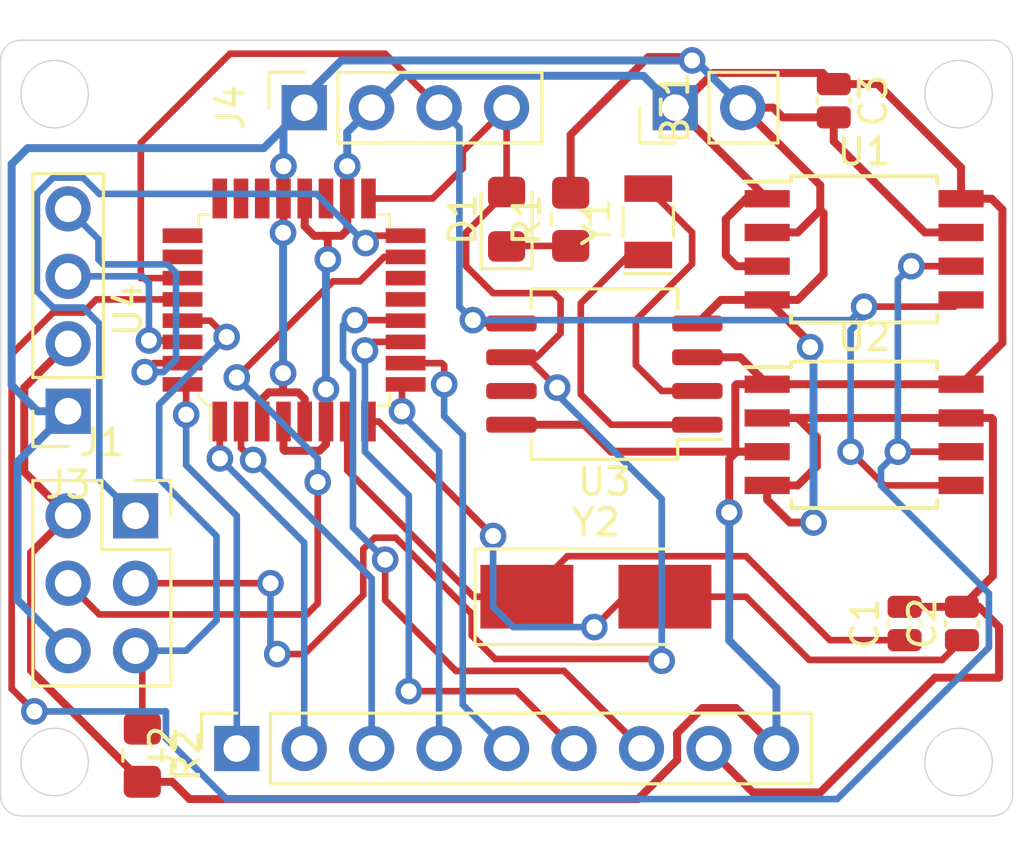
<source format=kicad_pcb>
(kicad_pcb (version 20171130) (host pcbnew "(5.1.10-1-10_14)")

  (general
    (thickness 1.6)
    (drawings 12)
    (tracks 378)
    (zones 0)
    (modules 17)
    (nets 32)
  )

  (page A4)
  (title_block
    (title Arduino)
    (date 2021-08-11)
    (rev 1)
    (company AM2)
    (comment 1 "Designed by Arthur Monteiro")
  )

  (layers
    (0 F.Cu signal)
    (31 B.Cu signal)
    (32 B.Adhes user)
    (33 F.Adhes user)
    (34 B.Paste user)
    (35 F.Paste user)
    (36 B.SilkS user)
    (37 F.SilkS user)
    (38 B.Mask user)
    (39 F.Mask user)
    (40 Dwgs.User user)
    (41 Cmts.User user)
    (42 Eco1.User user)
    (43 Eco2.User user)
    (44 Edge.Cuts user)
    (45 Margin user)
    (46 B.CrtYd user)
    (47 F.CrtYd user)
    (48 B.Fab user)
    (49 F.Fab user)
  )

  (setup
    (last_trace_width 0.25)
    (user_trace_width 0.3)
    (trace_clearance 0.2)
    (zone_clearance 0.508)
    (zone_45_only no)
    (trace_min 0.2)
    (via_size 0.8)
    (via_drill 0.4)
    (via_min_size 0.4)
    (via_min_drill 0.3)
    (user_via 1 0.6)
    (uvia_size 0.3)
    (uvia_drill 0.1)
    (uvias_allowed no)
    (uvia_min_size 0.2)
    (uvia_min_drill 0.1)
    (edge_width 0.05)
    (segment_width 0.2)
    (pcb_text_width 0.3)
    (pcb_text_size 1.5 1.5)
    (mod_edge_width 0.12)
    (mod_text_size 1 1)
    (mod_text_width 0.15)
    (pad_size 1.524 1.524)
    (pad_drill 0.762)
    (pad_to_mask_clearance 0)
    (aux_axis_origin 0 0)
    (visible_elements FFFFFF7F)
    (pcbplotparams
      (layerselection 0x010fc_ffffffff)
      (usegerberextensions false)
      (usegerberattributes true)
      (usegerberadvancedattributes true)
      (creategerberjobfile true)
      (excludeedgelayer true)
      (linewidth 0.100000)
      (plotframeref false)
      (viasonmask false)
      (mode 1)
      (useauxorigin false)
      (hpglpennumber 1)
      (hpglpenspeed 20)
      (hpglpendiameter 15.000000)
      (psnegative false)
      (psa4output false)
      (plotreference true)
      (plotvalue true)
      (plotinvisibletext false)
      (padsonsilk false)
      (subtractmaskfromsilk false)
      (outputformat 1)
      (mirror false)
      (drillshape 1)
      (scaleselection 1)
      (outputdirectory ""))
  )

  (net 0 "")
  (net 1 /VCC)
  (net 2 GNDPWR)
  (net 3 "Net-(C1-Pad1)")
  (net 4 "Net-(C2-Pad1)")
  (net 5 "Net-(D1-Pad1)")
  (net 6 /SCK)
  (net 7 /MISO)
  (net 8 /MOSI)
  (net 9 /RESET)
  (net 10 /D2)
  (net 11 /D3)
  (net 12 /D4)
  (net 13 /D5)
  (net 14 /D6)
  (net 15 /D7)
  (net 16 /D8)
  (net 17 /RX)
  (net 18 /TX)
  (net 19 /SDA)
  (net 20 /SCL)
  (net 21 "Net-(U3-Pad1)")
  (net 22 "Net-(U3-Pad2)")
  (net 23 "Net-(U3-Pad7)")
  (net 24 "Net-(U4-Pad13)")
  (net 25 "Net-(U4-Pad14)")
  (net 26 "Net-(U4-Pad19)")
  (net 27 "Net-(U4-Pad22)")
  (net 28 "Net-(U4-Pad23)")
  (net 29 "Net-(U4-Pad24)")
  (net 30 "Net-(U4-Pad25)")
  (net 31 "Net-(U4-Pad26)")

  (net_class Default "This is the default net class."
    (clearance 0.2)
    (trace_width 0.25)
    (via_dia 0.8)
    (via_drill 0.4)
    (uvia_dia 0.3)
    (uvia_drill 0.1)
    (add_net /D2)
    (add_net /D3)
    (add_net /D4)
    (add_net /D5)
    (add_net /D6)
    (add_net /D7)
    (add_net /D8)
    (add_net /MISO)
    (add_net /MOSI)
    (add_net /RESET)
    (add_net /RX)
    (add_net /SCK)
    (add_net /SCL)
    (add_net /SDA)
    (add_net /TX)
    (add_net "Net-(C1-Pad1)")
    (add_net "Net-(C2-Pad1)")
    (add_net "Net-(D1-Pad1)")
    (add_net "Net-(U3-Pad1)")
    (add_net "Net-(U3-Pad2)")
    (add_net "Net-(U3-Pad7)")
    (add_net "Net-(U4-Pad13)")
    (add_net "Net-(U4-Pad14)")
    (add_net "Net-(U4-Pad19)")
    (add_net "Net-(U4-Pad22)")
    (add_net "Net-(U4-Pad23)")
    (add_net "Net-(U4-Pad24)")
    (add_net "Net-(U4-Pad25)")
    (add_net "Net-(U4-Pad26)")
  )

  (net_class Power ""
    (clearance 0.2)
    (trace_width 0.3)
    (via_dia 1)
    (via_drill 0.6)
    (uvia_dia 0.3)
    (uvia_drill 0.1)
    (add_net /VCC)
    (add_net GNDPWR)
  )

  (module Connector_PinHeader_2.54mm:PinHeader_1x02_P2.54mm_Vertical (layer F.Cu) (tedit 59FED5CC) (tstamp 6114810A)
    (at 83.82 104.14 90)
    (descr "Through hole straight pin header, 1x02, 2.54mm pitch, single row")
    (tags "Through hole pin header THT 1x02 2.54mm single row")
    (path /61119129)
    (fp_text reference BT1 (at 0 0 90) (layer F.SilkS)
      (effects (font (size 1 1) (thickness 0.15)))
    )
    (fp_text value "Battery 3V" (at 0 4.87 90) (layer F.Fab)
      (effects (font (size 1 1) (thickness 0.15)))
    )
    (fp_line (start -0.635 -1.27) (end 1.27 -1.27) (layer F.Fab) (width 0.1))
    (fp_line (start 1.27 -1.27) (end 1.27 3.81) (layer F.Fab) (width 0.1))
    (fp_line (start 1.27 3.81) (end -1.27 3.81) (layer F.Fab) (width 0.1))
    (fp_line (start -1.27 3.81) (end -1.27 -0.635) (layer F.Fab) (width 0.1))
    (fp_line (start -1.27 -0.635) (end -0.635 -1.27) (layer F.Fab) (width 0.1))
    (fp_line (start -1.33 3.87) (end 1.33 3.87) (layer F.SilkS) (width 0.12))
    (fp_line (start -1.33 1.27) (end -1.33 3.87) (layer F.SilkS) (width 0.12))
    (fp_line (start 1.33 1.27) (end 1.33 3.87) (layer F.SilkS) (width 0.12))
    (fp_line (start -1.33 1.27) (end 1.33 1.27) (layer F.SilkS) (width 0.12))
    (fp_line (start -1.33 0) (end -1.33 -1.33) (layer F.SilkS) (width 0.12))
    (fp_line (start -1.33 -1.33) (end 0 -1.33) (layer F.SilkS) (width 0.12))
    (fp_line (start -1.8 -1.8) (end -1.8 4.35) (layer F.CrtYd) (width 0.05))
    (fp_line (start -1.8 4.35) (end 1.8 4.35) (layer F.CrtYd) (width 0.05))
    (fp_line (start 1.8 4.35) (end 1.8 -1.8) (layer F.CrtYd) (width 0.05))
    (fp_line (start 1.8 -1.8) (end -1.8 -1.8) (layer F.CrtYd) (width 0.05))
    (fp_text user %R (at 0 1.27) (layer F.Fab)
      (effects (font (size 1 1) (thickness 0.15)))
    )
    (pad 1 thru_hole rect (at 0 0 90) (size 1.7 1.7) (drill 1) (layers *.Cu *.Mask)
      (net 1 /VCC))
    (pad 2 thru_hole oval (at 0 2.54 90) (size 1.7 1.7) (drill 1) (layers *.Cu *.Mask)
      (net 2 GNDPWR))
    (model ${KISYS3DMOD}/Connector_PinHeader_2.54mm.3dshapes/PinHeader_1x02_P2.54mm_Vertical.wrl
      (at (xyz 0 0 0))
      (scale (xyz 1 1 1))
      (rotate (xyz 0 0 0))
    )
  )

  (module Capactiro_SMD:C_0504_1310Metric_Pad0.83x1.28mm_HandSolder (layer F.Cu) (tedit 5F6BB22C) (tstamp 6114811B)
    (at 92.456 123.5635 90)
    (descr "Capacitor SMD 0504 (1310 Metric), square (rectangular) end terminal, IPC_7351 nominal with elongated pad for handsoldering. (Body size source: IPC-SM-782 page 76, https://www.pcb-3d.com/wordpress/wp-content/uploads/ipc-sm-782a_amendment_1_and_2.pdf), generated with kicad-footprint-generator")
    (tags "capacitor handsolder")
    (path /6111A318)
    (attr smd)
    (fp_text reference C1 (at 0 -1.49 90) (layer F.SilkS)
      (effects (font (size 1 1) (thickness 0.15)))
    )
    (fp_text value 22pF (at 0 1.49 90) (layer F.Fab)
      (effects (font (size 1 1) (thickness 0.15)))
    )
    (fp_line (start -0.585 0.51) (end -0.585 -0.51) (layer F.Fab) (width 0.1))
    (fp_line (start -0.585 -0.51) (end 0.585 -0.51) (layer F.Fab) (width 0.1))
    (fp_line (start 0.585 -0.51) (end 0.585 0.51) (layer F.Fab) (width 0.1))
    (fp_line (start 0.585 0.51) (end -0.585 0.51) (layer F.Fab) (width 0.1))
    (fp_line (start -0.101969 -0.62) (end 0.101969 -0.62) (layer F.SilkS) (width 0.12))
    (fp_line (start -0.101969 0.62) (end 0.101969 0.62) (layer F.SilkS) (width 0.12))
    (fp_line (start -1.19 0.79) (end -1.19 -0.79) (layer F.CrtYd) (width 0.05))
    (fp_line (start -1.19 -0.79) (end 1.19 -0.79) (layer F.CrtYd) (width 0.05))
    (fp_line (start 1.19 -0.79) (end 1.19 0.79) (layer F.CrtYd) (width 0.05))
    (fp_line (start 1.19 0.79) (end -1.19 0.79) (layer F.CrtYd) (width 0.05))
    (fp_text user %R (at 0 0 90) (layer F.Fab)
      (effects (font (size 0.29 0.29) (thickness 0.04)))
    )
    (pad 1 smd roundrect (at -0.6275 0 90) (size 0.835 1.28) (layers F.Cu F.Paste F.Mask) (roundrect_rratio 0.25)
      (net 3 "Net-(C1-Pad1)"))
    (pad 2 smd roundrect (at 0.6275 0 90) (size 0.835 1.28) (layers F.Cu F.Paste F.Mask) (roundrect_rratio 0.25)
      (net 2 GNDPWR))
    (model ${KISYS3DMOD}/Capacitor_SMD.3dshapes/C_0504_1310Metric.wrl
      (at (xyz 0 0 0))
      (scale (xyz 1 1 1))
      (rotate (xyz 0 0 0))
    )
  )

  (module Capactiro_SMD:C_0504_1310Metric_Pad0.83x1.28mm_HandSolder (layer F.Cu) (tedit 5F6BB22C) (tstamp 6117EB89)
    (at 94.615 123.5635 90)
    (descr "Capacitor SMD 0504 (1310 Metric), square (rectangular) end terminal, IPC_7351 nominal with elongated pad for handsoldering. (Body size source: IPC-SM-782 page 76, https://www.pcb-3d.com/wordpress/wp-content/uploads/ipc-sm-782a_amendment_1_and_2.pdf), generated with kicad-footprint-generator")
    (tags "capacitor handsolder")
    (path /6111A7F6)
    (attr smd)
    (fp_text reference C2 (at 0 -1.49 90) (layer F.SilkS)
      (effects (font (size 1 1) (thickness 0.15)))
    )
    (fp_text value 22pF (at 0 1.49 90) (layer F.Fab)
      (effects (font (size 1 1) (thickness 0.15)))
    )
    (fp_line (start 1.19 0.79) (end -1.19 0.79) (layer F.CrtYd) (width 0.05))
    (fp_line (start 1.19 -0.79) (end 1.19 0.79) (layer F.CrtYd) (width 0.05))
    (fp_line (start -1.19 -0.79) (end 1.19 -0.79) (layer F.CrtYd) (width 0.05))
    (fp_line (start -1.19 0.79) (end -1.19 -0.79) (layer F.CrtYd) (width 0.05))
    (fp_line (start -0.101969 0.62) (end 0.101969 0.62) (layer F.SilkS) (width 0.12))
    (fp_line (start -0.101969 -0.62) (end 0.101969 -0.62) (layer F.SilkS) (width 0.12))
    (fp_line (start 0.585 0.51) (end -0.585 0.51) (layer F.Fab) (width 0.1))
    (fp_line (start 0.585 -0.51) (end 0.585 0.51) (layer F.Fab) (width 0.1))
    (fp_line (start -0.585 -0.51) (end 0.585 -0.51) (layer F.Fab) (width 0.1))
    (fp_line (start -0.585 0.51) (end -0.585 -0.51) (layer F.Fab) (width 0.1))
    (fp_text user %R (at 0 0 90) (layer F.Fab)
      (effects (font (size 0.29 0.29) (thickness 0.04)))
    )
    (pad 2 smd roundrect (at 0.6275 0 90) (size 0.835 1.28) (layers F.Cu F.Paste F.Mask) (roundrect_rratio 0.25)
      (net 2 GNDPWR))
    (pad 1 smd roundrect (at -0.6275 0 90) (size 0.835 1.28) (layers F.Cu F.Paste F.Mask) (roundrect_rratio 0.25)
      (net 4 "Net-(C2-Pad1)"))
    (model ${KISYS3DMOD}/Capacitor_SMD.3dshapes/C_0504_1310Metric.wrl
      (at (xyz 0 0 0))
      (scale (xyz 1 1 1))
      (rotate (xyz 0 0 0))
    )
  )

  (module Capactiro_SMD:C_0504_1310Metric_Pad0.83x1.28mm_HandSolder (layer F.Cu) (tedit 5F6BB22C) (tstamp 6114813D)
    (at 89.789 103.8785 270)
    (descr "Capacitor SMD 0504 (1310 Metric), square (rectangular) end terminal, IPC_7351 nominal with elongated pad for handsoldering. (Body size source: IPC-SM-782 page 76, https://www.pcb-3d.com/wordpress/wp-content/uploads/ipc-sm-782a_amendment_1_and_2.pdf), generated with kicad-footprint-generator")
    (tags "capacitor handsolder")
    (path /6111AE9E)
    (attr smd)
    (fp_text reference C3 (at 0 -1.49 90) (layer F.SilkS)
      (effects (font (size 1 1) (thickness 0.15)))
    )
    (fp_text value 10uF (at 0 1.49 90) (layer F.Fab)
      (effects (font (size 1 1) (thickness 0.15)))
    )
    (fp_line (start -0.585 0.51) (end -0.585 -0.51) (layer F.Fab) (width 0.1))
    (fp_line (start -0.585 -0.51) (end 0.585 -0.51) (layer F.Fab) (width 0.1))
    (fp_line (start 0.585 -0.51) (end 0.585 0.51) (layer F.Fab) (width 0.1))
    (fp_line (start 0.585 0.51) (end -0.585 0.51) (layer F.Fab) (width 0.1))
    (fp_line (start -0.101969 -0.62) (end 0.101969 -0.62) (layer F.SilkS) (width 0.12))
    (fp_line (start -0.101969 0.62) (end 0.101969 0.62) (layer F.SilkS) (width 0.12))
    (fp_line (start -1.19 0.79) (end -1.19 -0.79) (layer F.CrtYd) (width 0.05))
    (fp_line (start -1.19 -0.79) (end 1.19 -0.79) (layer F.CrtYd) (width 0.05))
    (fp_line (start 1.19 -0.79) (end 1.19 0.79) (layer F.CrtYd) (width 0.05))
    (fp_line (start 1.19 0.79) (end -1.19 0.79) (layer F.CrtYd) (width 0.05))
    (fp_text user %R (at 0 0 90) (layer F.Fab)
      (effects (font (size 0.29 0.29) (thickness 0.04)))
    )
    (pad 1 smd roundrect (at -0.6275 0 270) (size 0.835 1.28) (layers F.Cu F.Paste F.Mask) (roundrect_rratio 0.25)
      (net 1 /VCC))
    (pad 2 smd roundrect (at 0.6275 0 270) (size 0.835 1.28) (layers F.Cu F.Paste F.Mask) (roundrect_rratio 0.25)
      (net 2 GNDPWR))
    (model ${KISYS3DMOD}/Capacitor_SMD.3dshapes/C_0504_1310Metric.wrl
      (at (xyz 0 0 0))
      (scale (xyz 1 1 1))
      (rotate (xyz 0 0 0))
    )
  )

  (module LED_SMD:LED_0805_2012Metric_Pad1.15x1.40mm_HandSolder (layer F.Cu) (tedit 5F68FEF1) (tstamp 61148150)
    (at 77.47 108.34 90)
    (descr "LED SMD 0805 (2012 Metric), square (rectangular) end terminal, IPC_7351 nominal, (Body size source: https://docs.google.com/spreadsheets/d/1BsfQQcO9C6DZCsRaXUlFlo91Tg2WpOkGARC1WS5S8t0/edit?usp=sharing), generated with kicad-footprint-generator")
    (tags "LED handsolder")
    (path /6111C279)
    (attr smd)
    (fp_text reference D1 (at 0 -1.65 90) (layer F.SilkS)
      (effects (font (size 1 1) (thickness 0.15)))
    )
    (fp_text value LED (at 0 1.65 90) (layer F.Fab)
      (effects (font (size 1 1) (thickness 0.15)))
    )
    (fp_line (start 1 -0.6) (end -0.7 -0.6) (layer F.Fab) (width 0.1))
    (fp_line (start -0.7 -0.6) (end -1 -0.3) (layer F.Fab) (width 0.1))
    (fp_line (start -1 -0.3) (end -1 0.6) (layer F.Fab) (width 0.1))
    (fp_line (start -1 0.6) (end 1 0.6) (layer F.Fab) (width 0.1))
    (fp_line (start 1 0.6) (end 1 -0.6) (layer F.Fab) (width 0.1))
    (fp_line (start 1 -0.96) (end -1.86 -0.96) (layer F.SilkS) (width 0.12))
    (fp_line (start -1.86 -0.96) (end -1.86 0.96) (layer F.SilkS) (width 0.12))
    (fp_line (start -1.86 0.96) (end 1 0.96) (layer F.SilkS) (width 0.12))
    (fp_line (start -1.85 0.95) (end -1.85 -0.95) (layer F.CrtYd) (width 0.05))
    (fp_line (start -1.85 -0.95) (end 1.85 -0.95) (layer F.CrtYd) (width 0.05))
    (fp_line (start 1.85 -0.95) (end 1.85 0.95) (layer F.CrtYd) (width 0.05))
    (fp_line (start 1.85 0.95) (end -1.85 0.95) (layer F.CrtYd) (width 0.05))
    (fp_text user %R (at 0 0 90) (layer F.Fab)
      (effects (font (size 0.5 0.5) (thickness 0.08)))
    )
    (pad 1 smd roundrect (at -1.025 0 90) (size 1.15 1.4) (layers F.Cu F.Paste F.Mask) (roundrect_rratio 0.217391)
      (net 5 "Net-(D1-Pad1)"))
    (pad 2 smd roundrect (at 1.025 0 90) (size 1.15 1.4) (layers F.Cu F.Paste F.Mask) (roundrect_rratio 0.217391)
      (net 6 /SCK))
    (model ${KISYS3DMOD}/LED_SMD.3dshapes/LED_0805_2012Metric.wrl
      (at (xyz 0 0 0))
      (scale (xyz 1 1 1))
      (rotate (xyz 0 0 0))
    )
  )

  (module Connector_PinSocket_2.54mm:PinSocket_2x03_P2.54mm_Vertical (layer F.Cu) (tedit 5A19A425) (tstamp 6114816C)
    (at 63.5 119.507)
    (descr "Through hole straight socket strip, 2x03, 2.54mm pitch, double cols (from Kicad 4.0.7), script generated")
    (tags "Through hole socket strip THT 2x03 2.54mm double row")
    (path /6111FBEA/61122404)
    (fp_text reference J1 (at -1.27 -2.77) (layer F.SilkS)
      (effects (font (size 1 1) (thickness 0.15)))
    )
    (fp_text value ICSP (at -1.27 7.85) (layer F.Fab)
      (effects (font (size 1 1) (thickness 0.15)))
    )
    (fp_line (start -3.81 -1.27) (end 0.27 -1.27) (layer F.Fab) (width 0.1))
    (fp_line (start 0.27 -1.27) (end 1.27 -0.27) (layer F.Fab) (width 0.1))
    (fp_line (start 1.27 -0.27) (end 1.27 6.35) (layer F.Fab) (width 0.1))
    (fp_line (start 1.27 6.35) (end -3.81 6.35) (layer F.Fab) (width 0.1))
    (fp_line (start -3.81 6.35) (end -3.81 -1.27) (layer F.Fab) (width 0.1))
    (fp_line (start -3.87 -1.33) (end -1.27 -1.33) (layer F.SilkS) (width 0.12))
    (fp_line (start -3.87 -1.33) (end -3.87 6.41) (layer F.SilkS) (width 0.12))
    (fp_line (start -3.87 6.41) (end 1.33 6.41) (layer F.SilkS) (width 0.12))
    (fp_line (start 1.33 1.27) (end 1.33 6.41) (layer F.SilkS) (width 0.12))
    (fp_line (start -1.27 1.27) (end 1.33 1.27) (layer F.SilkS) (width 0.12))
    (fp_line (start -1.27 -1.33) (end -1.27 1.27) (layer F.SilkS) (width 0.12))
    (fp_line (start 1.33 -1.33) (end 1.33 0) (layer F.SilkS) (width 0.12))
    (fp_line (start 0 -1.33) (end 1.33 -1.33) (layer F.SilkS) (width 0.12))
    (fp_line (start -4.34 -1.8) (end 1.76 -1.8) (layer F.CrtYd) (width 0.05))
    (fp_line (start 1.76 -1.8) (end 1.76 6.85) (layer F.CrtYd) (width 0.05))
    (fp_line (start 1.76 6.85) (end -4.34 6.85) (layer F.CrtYd) (width 0.05))
    (fp_line (start -4.34 6.85) (end -4.34 -1.8) (layer F.CrtYd) (width 0.05))
    (fp_text user %R (at -1.27 2.54 90) (layer F.Fab)
      (effects (font (size 1 1) (thickness 0.15)))
    )
    (pad 1 thru_hole rect (at 0 0) (size 1.7 1.7) (drill 1) (layers *.Cu *.Mask)
      (net 7 /MISO))
    (pad 2 thru_hole oval (at -2.54 0) (size 1.7 1.7) (drill 1) (layers *.Cu *.Mask)
      (net 1 /VCC))
    (pad 3 thru_hole oval (at 0 2.54) (size 1.7 1.7) (drill 1) (layers *.Cu *.Mask)
      (net 6 /SCK))
    (pad 4 thru_hole oval (at -2.54 2.54) (size 1.7 1.7) (drill 1) (layers *.Cu *.Mask)
      (net 8 /MOSI))
    (pad 5 thru_hole oval (at 0 5.08) (size 1.7 1.7) (drill 1) (layers *.Cu *.Mask)
      (net 9 /RESET))
    (pad 6 thru_hole oval (at -2.54 5.08) (size 1.7 1.7) (drill 1) (layers *.Cu *.Mask)
      (net 2 GNDPWR))
    (model ${KISYS3DMOD}/Connector_PinSocket_2.54mm.3dshapes/PinSocket_2x03_P2.54mm_Vertical.wrl
      (at (xyz 0 0 0))
      (scale (xyz 1 1 1))
      (rotate (xyz 0 0 0))
    )
  )

  (module Connector_PinSocket_2.54mm:PinSocket_1x09_P2.54mm_Vertical (layer F.Cu) (tedit 5A19A431) (tstamp 61148189)
    (at 67.31 128.27 90)
    (descr "Through hole straight socket strip, 1x09, 2.54mm pitch, single row (from Kicad 4.0.7), script generated")
    (tags "Through hole socket strip THT 1x09 2.54mm single row")
    (path /6111FBEA/61120828)
    (fp_text reference J2 (at 0 -2.77 90) (layer F.SilkS)
      (effects (font (size 1 1) (thickness 0.15)))
    )
    (fp_text value "Digital Pins" (at 0 23.09 90) (layer F.Fab)
      (effects (font (size 1 1) (thickness 0.15)))
    )
    (fp_line (start -1.27 -1.27) (end 0.635 -1.27) (layer F.Fab) (width 0.1))
    (fp_line (start 0.635 -1.27) (end 1.27 -0.635) (layer F.Fab) (width 0.1))
    (fp_line (start 1.27 -0.635) (end 1.27 21.59) (layer F.Fab) (width 0.1))
    (fp_line (start 1.27 21.59) (end -1.27 21.59) (layer F.Fab) (width 0.1))
    (fp_line (start -1.27 21.59) (end -1.27 -1.27) (layer F.Fab) (width 0.1))
    (fp_line (start -1.33 1.27) (end 1.33 1.27) (layer F.SilkS) (width 0.12))
    (fp_line (start -1.33 1.27) (end -1.33 21.65) (layer F.SilkS) (width 0.12))
    (fp_line (start -1.33 21.65) (end 1.33 21.65) (layer F.SilkS) (width 0.12))
    (fp_line (start 1.33 1.27) (end 1.33 21.65) (layer F.SilkS) (width 0.12))
    (fp_line (start 1.33 -1.33) (end 1.33 0) (layer F.SilkS) (width 0.12))
    (fp_line (start 0 -1.33) (end 1.33 -1.33) (layer F.SilkS) (width 0.12))
    (fp_line (start -1.8 -1.8) (end 1.75 -1.8) (layer F.CrtYd) (width 0.05))
    (fp_line (start 1.75 -1.8) (end 1.75 22.1) (layer F.CrtYd) (width 0.05))
    (fp_line (start 1.75 22.1) (end -1.8 22.1) (layer F.CrtYd) (width 0.05))
    (fp_line (start -1.8 22.1) (end -1.8 -1.8) (layer F.CrtYd) (width 0.05))
    (fp_text user %R (at 0 10.16) (layer F.Fab)
      (effects (font (size 1 1) (thickness 0.15)))
    )
    (pad 1 thru_hole rect (at 0 0 90) (size 1.7 1.7) (drill 1) (layers *.Cu *.Mask)
      (net 10 /D2))
    (pad 2 thru_hole oval (at 0 2.54 90) (size 1.7 1.7) (drill 1) (layers *.Cu *.Mask)
      (net 11 /D3))
    (pad 3 thru_hole oval (at 0 5.08 90) (size 1.7 1.7) (drill 1) (layers *.Cu *.Mask)
      (net 12 /D4))
    (pad 4 thru_hole oval (at 0 7.62 90) (size 1.7 1.7) (drill 1) (layers *.Cu *.Mask)
      (net 13 /D5))
    (pad 5 thru_hole oval (at 0 10.16 90) (size 1.7 1.7) (drill 1) (layers *.Cu *.Mask)
      (net 14 /D6))
    (pad 6 thru_hole oval (at 0 12.7 90) (size 1.7 1.7) (drill 1) (layers *.Cu *.Mask)
      (net 15 /D7))
    (pad 7 thru_hole oval (at 0 15.24 90) (size 1.7 1.7) (drill 1) (layers *.Cu *.Mask)
      (net 16 /D8))
    (pad 8 thru_hole oval (at 0 17.78 90) (size 1.7 1.7) (drill 1) (layers *.Cu *.Mask)
      (net 2 GNDPWR))
    (pad 9 thru_hole oval (at 0 20.32 90) (size 1.7 1.7) (drill 1) (layers *.Cu *.Mask)
      (net 1 /VCC))
    (model ${KISYS3DMOD}/Connector_PinSocket_2.54mm.3dshapes/PinSocket_1x09_P2.54mm_Vertical.wrl
      (at (xyz 0 0 0))
      (scale (xyz 1 1 1))
      (rotate (xyz 0 0 0))
    )
  )

  (module Connector_PinSocket_2.54mm:PinSocket_1x04_P2.54mm_Vertical (layer F.Cu) (tedit 5A19A429) (tstamp 611481A1)
    (at 60.96 115.57 180)
    (descr "Through hole straight socket strip, 1x04, 2.54mm pitch, single row (from Kicad 4.0.7), script generated")
    (tags "Through hole socket strip THT 1x04 2.54mm single row")
    (path /6111FBEA/611213A0)
    (fp_text reference J3 (at 0 -2.77) (layer F.SilkS)
      (effects (font (size 1 1) (thickness 0.15)))
    )
    (fp_text value "Serial Port" (at -2.54 7.62) (layer F.Fab)
      (effects (font (size 1 1) (thickness 0.15)))
    )
    (fp_line (start -1.27 -1.27) (end 0.635 -1.27) (layer F.Fab) (width 0.1))
    (fp_line (start 0.635 -1.27) (end 1.27 -0.635) (layer F.Fab) (width 0.1))
    (fp_line (start 1.27 -0.635) (end 1.27 8.89) (layer F.Fab) (width 0.1))
    (fp_line (start 1.27 8.89) (end -1.27 8.89) (layer F.Fab) (width 0.1))
    (fp_line (start -1.27 8.89) (end -1.27 -1.27) (layer F.Fab) (width 0.1))
    (fp_line (start -1.33 1.27) (end 1.33 1.27) (layer F.SilkS) (width 0.12))
    (fp_line (start -1.33 1.27) (end -1.33 8.95) (layer F.SilkS) (width 0.12))
    (fp_line (start -1.33 8.95) (end 1.33 8.95) (layer F.SilkS) (width 0.12))
    (fp_line (start 1.33 1.27) (end 1.33 8.95) (layer F.SilkS) (width 0.12))
    (fp_line (start 1.33 -1.33) (end 1.33 0) (layer F.SilkS) (width 0.12))
    (fp_line (start 0 -1.33) (end 1.33 -1.33) (layer F.SilkS) (width 0.12))
    (fp_line (start -1.8 -1.8) (end 1.75 -1.8) (layer F.CrtYd) (width 0.05))
    (fp_line (start 1.75 -1.8) (end 1.75 9.4) (layer F.CrtYd) (width 0.05))
    (fp_line (start 1.75 9.4) (end -1.8 9.4) (layer F.CrtYd) (width 0.05))
    (fp_line (start -1.8 9.4) (end -1.8 -1.8) (layer F.CrtYd) (width 0.05))
    (fp_text user %R (at 0 3.81 90) (layer F.Fab)
      (effects (font (size 1 1) (thickness 0.15)))
    )
    (pad 1 thru_hole rect (at 0 0 180) (size 1.7 1.7) (drill 1) (layers *.Cu *.Mask)
      (net 2 GNDPWR))
    (pad 2 thru_hole oval (at 0 2.54 180) (size 1.7 1.7) (drill 1) (layers *.Cu *.Mask)
      (net 1 /VCC))
    (pad 3 thru_hole oval (at 0 5.08 180) (size 1.7 1.7) (drill 1) (layers *.Cu *.Mask)
      (net 17 /RX))
    (pad 4 thru_hole oval (at 0 7.62 180) (size 1.7 1.7) (drill 1) (layers *.Cu *.Mask)
      (net 18 /TX))
    (model ${KISYS3DMOD}/Connector_PinSocket_2.54mm.3dshapes/PinSocket_1x04_P2.54mm_Vertical.wrl
      (at (xyz 0 0 0))
      (scale (xyz 1 1 1))
      (rotate (xyz 0 0 0))
    )
  )

  (module Connector_PinSocket_2.54mm:PinSocket_1x04_P2.54mm_Vertical (layer F.Cu) (tedit 5A19A429) (tstamp 611481B9)
    (at 69.85 104.14 90)
    (descr "Through hole straight socket strip, 1x04, 2.54mm pitch, single row (from Kicad 4.0.7), script generated")
    (tags "Through hole socket strip THT 1x04 2.54mm single row")
    (path /6111FBEA/61123D18)
    (fp_text reference J4 (at 0 -2.77 90) (layer F.SilkS)
      (effects (font (size 1 1) (thickness 0.15)))
    )
    (fp_text value I2C (at 0 10.39 90) (layer F.Fab)
      (effects (font (size 1 1) (thickness 0.15)))
    )
    (fp_line (start -1.8 9.4) (end -1.8 -1.8) (layer F.CrtYd) (width 0.05))
    (fp_line (start 1.75 9.4) (end -1.8 9.4) (layer F.CrtYd) (width 0.05))
    (fp_line (start 1.75 -1.8) (end 1.75 9.4) (layer F.CrtYd) (width 0.05))
    (fp_line (start -1.8 -1.8) (end 1.75 -1.8) (layer F.CrtYd) (width 0.05))
    (fp_line (start 0 -1.33) (end 1.33 -1.33) (layer F.SilkS) (width 0.12))
    (fp_line (start 1.33 -1.33) (end 1.33 0) (layer F.SilkS) (width 0.12))
    (fp_line (start 1.33 1.27) (end 1.33 8.95) (layer F.SilkS) (width 0.12))
    (fp_line (start -1.33 8.95) (end 1.33 8.95) (layer F.SilkS) (width 0.12))
    (fp_line (start -1.33 1.27) (end -1.33 8.95) (layer F.SilkS) (width 0.12))
    (fp_line (start -1.33 1.27) (end 1.33 1.27) (layer F.SilkS) (width 0.12))
    (fp_line (start -1.27 8.89) (end -1.27 -1.27) (layer F.Fab) (width 0.1))
    (fp_line (start 1.27 8.89) (end -1.27 8.89) (layer F.Fab) (width 0.1))
    (fp_line (start 1.27 -0.635) (end 1.27 8.89) (layer F.Fab) (width 0.1))
    (fp_line (start 0.635 -1.27) (end 1.27 -0.635) (layer F.Fab) (width 0.1))
    (fp_line (start -1.27 -1.27) (end 0.635 -1.27) (layer F.Fab) (width 0.1))
    (fp_text user %R (at 0 3.81) (layer F.Fab)
      (effects (font (size 1 1) (thickness 0.15)))
    )
    (pad 4 thru_hole oval (at 0 7.62 90) (size 1.7 1.7) (drill 1) (layers *.Cu *.Mask)
      (net 6 /SCK))
    (pad 3 thru_hole oval (at 0 5.08 90) (size 1.7 1.7) (drill 1) (layers *.Cu *.Mask)
      (net 19 /SDA))
    (pad 2 thru_hole oval (at 0 2.54 90) (size 1.7 1.7) (drill 1) (layers *.Cu *.Mask)
      (net 1 /VCC))
    (pad 1 thru_hole rect (at 0 0 90) (size 1.7 1.7) (drill 1) (layers *.Cu *.Mask)
      (net 2 GNDPWR))
    (model ${KISYS3DMOD}/Connector_PinSocket_2.54mm.3dshapes/PinSocket_1x04_P2.54mm_Vertical.wrl
      (at (xyz 0 0 0))
      (scale (xyz 1 1 1))
      (rotate (xyz 0 0 0))
    )
  )

  (module Resistor_SMD:R_0805_2012Metric_Pad1.20x1.40mm_HandSolder (layer F.Cu) (tedit 5F68FEEE) (tstamp 611481CA)
    (at 79.883 108.347 90)
    (descr "Resistor SMD 0805 (2012 Metric), square (rectangular) end terminal, IPC_7351 nominal with elongated pad for handsoldering. (Body size source: IPC-SM-782 page 72, https://www.pcb-3d.com/wordpress/wp-content/uploads/ipc-sm-782a_amendment_1_and_2.pdf), generated with kicad-footprint-generator")
    (tags "resistor handsolder")
    (path /6111CCB4)
    (attr smd)
    (fp_text reference R1 (at 0 -1.65 90) (layer F.SilkS)
      (effects (font (size 1 1) (thickness 0.15)))
    )
    (fp_text value "330 Ohm" (at 0 1.65 90) (layer F.Fab)
      (effects (font (size 1 1) (thickness 0.15)))
    )
    (fp_line (start -1 0.625) (end -1 -0.625) (layer F.Fab) (width 0.1))
    (fp_line (start -1 -0.625) (end 1 -0.625) (layer F.Fab) (width 0.1))
    (fp_line (start 1 -0.625) (end 1 0.625) (layer F.Fab) (width 0.1))
    (fp_line (start 1 0.625) (end -1 0.625) (layer F.Fab) (width 0.1))
    (fp_line (start -0.227064 -0.735) (end 0.227064 -0.735) (layer F.SilkS) (width 0.12))
    (fp_line (start -0.227064 0.735) (end 0.227064 0.735) (layer F.SilkS) (width 0.12))
    (fp_line (start -1.85 0.95) (end -1.85 -0.95) (layer F.CrtYd) (width 0.05))
    (fp_line (start -1.85 -0.95) (end 1.85 -0.95) (layer F.CrtYd) (width 0.05))
    (fp_line (start 1.85 -0.95) (end 1.85 0.95) (layer F.CrtYd) (width 0.05))
    (fp_line (start 1.85 0.95) (end -1.85 0.95) (layer F.CrtYd) (width 0.05))
    (fp_text user %R (at 0 0 90) (layer F.Fab)
      (effects (font (size 0.5 0.5) (thickness 0.08)))
    )
    (pad 1 smd roundrect (at -1 0 90) (size 1.2 1.4) (layers F.Cu F.Paste F.Mask) (roundrect_rratio 0.208333)
      (net 5 "Net-(D1-Pad1)"))
    (pad 2 smd roundrect (at 1 0 90) (size 1.2 1.4) (layers F.Cu F.Paste F.Mask) (roundrect_rratio 0.208333)
      (net 2 GNDPWR))
    (model ${KISYS3DMOD}/Resistor_SMD.3dshapes/R_0805_2012Metric.wrl
      (at (xyz 0 0 0))
      (scale (xyz 1 1 1))
      (rotate (xyz 0 0 0))
    )
  )

  (module Resistor_SMD:R_0805_2012Metric_Pad1.20x1.40mm_HandSolder (layer F.Cu) (tedit 5F68FEEE) (tstamp 61149581)
    (at 63.754 128.524 270)
    (descr "Resistor SMD 0805 (2012 Metric), square (rectangular) end terminal, IPC_7351 nominal with elongated pad for handsoldering. (Body size source: IPC-SM-782 page 72, https://www.pcb-3d.com/wordpress/wp-content/uploads/ipc-sm-782a_amendment_1_and_2.pdf), generated with kicad-footprint-generator")
    (tags "resistor handsolder")
    (path /6111D0A2)
    (attr smd)
    (fp_text reference R2 (at 0 -1.65 90) (layer F.SilkS)
      (effects (font (size 1 1) (thickness 0.15)))
    )
    (fp_text value "10 KOhm" (at 0 1.65 90) (layer F.Fab)
      (effects (font (size 1 1) (thickness 0.15)))
    )
    (fp_line (start 1.85 0.95) (end -1.85 0.95) (layer F.CrtYd) (width 0.05))
    (fp_line (start 1.85 -0.95) (end 1.85 0.95) (layer F.CrtYd) (width 0.05))
    (fp_line (start -1.85 -0.95) (end 1.85 -0.95) (layer F.CrtYd) (width 0.05))
    (fp_line (start -1.85 0.95) (end -1.85 -0.95) (layer F.CrtYd) (width 0.05))
    (fp_line (start -0.227064 0.735) (end 0.227064 0.735) (layer F.SilkS) (width 0.12))
    (fp_line (start -0.227064 -0.735) (end 0.227064 -0.735) (layer F.SilkS) (width 0.12))
    (fp_line (start 1 0.625) (end -1 0.625) (layer F.Fab) (width 0.1))
    (fp_line (start 1 -0.625) (end 1 0.625) (layer F.Fab) (width 0.1))
    (fp_line (start -1 -0.625) (end 1 -0.625) (layer F.Fab) (width 0.1))
    (fp_line (start -1 0.625) (end -1 -0.625) (layer F.Fab) (width 0.1))
    (fp_text user %R (at 0 0 90) (layer F.Fab)
      (effects (font (size 0.5 0.5) (thickness 0.08)))
    )
    (pad 2 smd roundrect (at 1 0 270) (size 1.2 1.4) (layers F.Cu F.Paste F.Mask) (roundrect_rratio 0.208333)
      (net 1 /VCC))
    (pad 1 smd roundrect (at -1 0 270) (size 1.2 1.4) (layers F.Cu F.Paste F.Mask) (roundrect_rratio 0.208333)
      (net 9 /RESET))
    (model ${KISYS3DMOD}/Resistor_SMD.3dshapes/R_0805_2012Metric.wrl
      (at (xyz 0 0 0))
      (scale (xyz 1 1 1))
      (rotate (xyz 0 0 0))
    )
  )

  (module Package_SO:SOIJ-8_5.3x5.3mm_P1.27mm (layer F.Cu) (tedit 5A02F2D3) (tstamp 61149CC6)
    (at 90.932 109.474)
    (descr "8-Lead Plastic Small Outline (SM) - Medium, 5.28 mm Body [SOIC] (see Microchip Packaging Specification 00000049BS.pdf)")
    (tags "SOIC 1.27")
    (path /6111E339)
    (attr smd)
    (fp_text reference U1 (at 0 -3.68) (layer F.SilkS)
      (effects (font (size 1 1) (thickness 0.15)))
    )
    (fp_text value 24LC1025 (at 0 3.68) (layer F.Fab)
      (effects (font (size 1 1) (thickness 0.15)))
    )
    (fp_line (start -1.65 -2.65) (end 2.65 -2.65) (layer F.Fab) (width 0.15))
    (fp_line (start 2.65 -2.65) (end 2.65 2.65) (layer F.Fab) (width 0.15))
    (fp_line (start 2.65 2.65) (end -2.65 2.65) (layer F.Fab) (width 0.15))
    (fp_line (start -2.65 2.65) (end -2.65 -1.65) (layer F.Fab) (width 0.15))
    (fp_line (start -2.65 -1.65) (end -1.65 -2.65) (layer F.Fab) (width 0.15))
    (fp_line (start -4.75 -2.95) (end -4.75 2.95) (layer F.CrtYd) (width 0.05))
    (fp_line (start 4.75 -2.95) (end 4.75 2.95) (layer F.CrtYd) (width 0.05))
    (fp_line (start -4.75 -2.95) (end 4.75 -2.95) (layer F.CrtYd) (width 0.05))
    (fp_line (start -4.75 2.95) (end 4.75 2.95) (layer F.CrtYd) (width 0.05))
    (fp_line (start -2.75 -2.755) (end -2.75 -2.55) (layer F.SilkS) (width 0.15))
    (fp_line (start 2.75 -2.755) (end 2.75 -2.455) (layer F.SilkS) (width 0.15))
    (fp_line (start 2.75 2.755) (end 2.75 2.455) (layer F.SilkS) (width 0.15))
    (fp_line (start -2.75 2.755) (end -2.75 2.455) (layer F.SilkS) (width 0.15))
    (fp_line (start -2.75 -2.755) (end 2.75 -2.755) (layer F.SilkS) (width 0.15))
    (fp_line (start -2.75 2.755) (end 2.75 2.755) (layer F.SilkS) (width 0.15))
    (fp_line (start -2.75 -2.55) (end -4.5 -2.55) (layer F.SilkS) (width 0.15))
    (fp_text user %R (at 0 0) (layer F.Fab)
      (effects (font (size 1 1) (thickness 0.15)))
    )
    (pad 1 smd rect (at -3.65 -1.905) (size 1.7 0.65) (layers F.Cu F.Paste F.Mask)
      (net 1 /VCC))
    (pad 2 smd rect (at -3.65 -0.635) (size 1.7 0.65) (layers F.Cu F.Paste F.Mask)
      (net 2 GNDPWR))
    (pad 3 smd rect (at -3.65 0.635) (size 1.7 0.65) (layers F.Cu F.Paste F.Mask)
      (net 1 /VCC))
    (pad 4 smd rect (at -3.65 1.905) (size 1.7 0.65) (layers F.Cu F.Paste F.Mask)
      (net 2 GNDPWR))
    (pad 5 smd rect (at 3.65 1.905) (size 1.7 0.65) (layers F.Cu F.Paste F.Mask)
      (net 19 /SDA))
    (pad 6 smd rect (at 3.65 0.635) (size 1.7 0.65) (layers F.Cu F.Paste F.Mask)
      (net 20 /SCL))
    (pad 7 smd rect (at 3.65 -0.635) (size 1.7 0.65) (layers F.Cu F.Paste F.Mask)
      (net 2 GNDPWR))
    (pad 8 smd rect (at 3.65 -1.905) (size 1.7 0.65) (layers F.Cu F.Paste F.Mask)
      (net 1 /VCC))
    (model ${KISYS3DMOD}/Package_SO.3dshapes/SOIJ-8_5.3x5.3mm_P1.27mm.wrl
      (at (xyz 0 0 0))
      (scale (xyz 1 1 1))
      (rotate (xyz 0 0 0))
    )
  )

  (module Package_SO:SOIJ-8_5.3x5.3mm_P1.27mm (layer F.Cu) (tedit 5A02F2D3) (tstamp 61148215)
    (at 90.932 116.459)
    (descr "8-Lead Plastic Small Outline (SM) - Medium, 5.28 mm Body [SOIC] (see Microchip Packaging Specification 00000049BS.pdf)")
    (tags "SOIC 1.27")
    (path /611324FC)
    (attr smd)
    (fp_text reference U2 (at 0 -3.68) (layer F.SilkS)
      (effects (font (size 1 1) (thickness 0.15)))
    )
    (fp_text value 24LC1025 (at 0 3.68) (layer F.Fab)
      (effects (font (size 1 1) (thickness 0.15)))
    )
    (fp_line (start -2.75 -2.55) (end -4.5 -2.55) (layer F.SilkS) (width 0.15))
    (fp_line (start -2.75 2.755) (end 2.75 2.755) (layer F.SilkS) (width 0.15))
    (fp_line (start -2.75 -2.755) (end 2.75 -2.755) (layer F.SilkS) (width 0.15))
    (fp_line (start -2.75 2.755) (end -2.75 2.455) (layer F.SilkS) (width 0.15))
    (fp_line (start 2.75 2.755) (end 2.75 2.455) (layer F.SilkS) (width 0.15))
    (fp_line (start 2.75 -2.755) (end 2.75 -2.455) (layer F.SilkS) (width 0.15))
    (fp_line (start -2.75 -2.755) (end -2.75 -2.55) (layer F.SilkS) (width 0.15))
    (fp_line (start -4.75 2.95) (end 4.75 2.95) (layer F.CrtYd) (width 0.05))
    (fp_line (start -4.75 -2.95) (end 4.75 -2.95) (layer F.CrtYd) (width 0.05))
    (fp_line (start 4.75 -2.95) (end 4.75 2.95) (layer F.CrtYd) (width 0.05))
    (fp_line (start -4.75 -2.95) (end -4.75 2.95) (layer F.CrtYd) (width 0.05))
    (fp_line (start -2.65 -1.65) (end -1.65 -2.65) (layer F.Fab) (width 0.15))
    (fp_line (start -2.65 2.65) (end -2.65 -1.65) (layer F.Fab) (width 0.15))
    (fp_line (start 2.65 2.65) (end -2.65 2.65) (layer F.Fab) (width 0.15))
    (fp_line (start 2.65 -2.65) (end 2.65 2.65) (layer F.Fab) (width 0.15))
    (fp_line (start -1.65 -2.65) (end 2.65 -2.65) (layer F.Fab) (width 0.15))
    (fp_text user %R (at 0 0.127) (layer F.Fab)
      (effects (font (size 1 1) (thickness 0.15)))
    )
    (pad 8 smd rect (at 3.65 -1.905) (size 1.7 0.65) (layers F.Cu F.Paste F.Mask)
      (net 1 /VCC))
    (pad 7 smd rect (at 3.65 -0.635) (size 1.7 0.65) (layers F.Cu F.Paste F.Mask)
      (net 2 GNDPWR))
    (pad 6 smd rect (at 3.65 0.635) (size 1.7 0.65) (layers F.Cu F.Paste F.Mask)
      (net 20 /SCL))
    (pad 5 smd rect (at 3.65 1.905) (size 1.7 0.65) (layers F.Cu F.Paste F.Mask)
      (net 19 /SDA))
    (pad 4 smd rect (at -3.65 1.905) (size 1.7 0.65) (layers F.Cu F.Paste F.Mask)
      (net 2 GNDPWR))
    (pad 3 smd rect (at -3.65 0.635) (size 1.7 0.65) (layers F.Cu F.Paste F.Mask)
      (net 1 /VCC))
    (pad 2 smd rect (at -3.65 -0.635) (size 1.7 0.65) (layers F.Cu F.Paste F.Mask)
      (net 2 GNDPWR))
    (pad 1 smd rect (at -3.65 -1.905) (size 1.7 0.65) (layers F.Cu F.Paste F.Mask)
      (net 1 /VCC))
    (model ${KISYS3DMOD}/Package_SO.3dshapes/SOIJ-8_5.3x5.3mm_P1.27mm.wrl
      (at (xyz 0 0 0))
      (scale (xyz 1 1 1))
      (rotate (xyz 0 0 0))
    )
  )

  (module Package_SO:SO-8_5.3x6.2mm_P1.27mm (layer F.Cu) (tedit 5EA5315B) (tstamp 61148234)
    (at 81.153 114.173 180)
    (descr "SO, 8 Pin (https://www.ti.com/lit/ml/msop001a/msop001a.pdf), generated with kicad-footprint-generator ipc_gullwing_generator.py")
    (tags "SO SO")
    (path /6112B5F5)
    (attr smd)
    (fp_text reference U3 (at 0 -4.05) (layer F.SilkS)
      (effects (font (size 1 1) (thickness 0.15)))
    )
    (fp_text value DS13375+ (at 0 4.05) (layer F.Fab)
      (effects (font (size 1 1) (thickness 0.15)))
    )
    (fp_line (start 0 3.21) (end 2.76 3.21) (layer F.SilkS) (width 0.12))
    (fp_line (start 2.76 3.21) (end 2.76 2.465) (layer F.SilkS) (width 0.12))
    (fp_line (start 0 3.21) (end -2.76 3.21) (layer F.SilkS) (width 0.12))
    (fp_line (start -2.76 3.21) (end -2.76 2.465) (layer F.SilkS) (width 0.12))
    (fp_line (start 0 -3.21) (end 2.76 -3.21) (layer F.SilkS) (width 0.12))
    (fp_line (start 2.76 -3.21) (end 2.76 -2.465) (layer F.SilkS) (width 0.12))
    (fp_line (start 0 -3.21) (end -2.76 -3.21) (layer F.SilkS) (width 0.12))
    (fp_line (start -2.76 -3.21) (end -2.76 -2.465) (layer F.SilkS) (width 0.12))
    (fp_line (start -2.76 -2.465) (end -4.45 -2.465) (layer F.SilkS) (width 0.12))
    (fp_line (start -1.65 -3.1) (end 2.65 -3.1) (layer F.Fab) (width 0.1))
    (fp_line (start 2.65 -3.1) (end 2.65 3.1) (layer F.Fab) (width 0.1))
    (fp_line (start 2.65 3.1) (end -2.65 3.1) (layer F.Fab) (width 0.1))
    (fp_line (start -2.65 3.1) (end -2.65 -2.1) (layer F.Fab) (width 0.1))
    (fp_line (start -2.65 -2.1) (end -1.65 -3.1) (layer F.Fab) (width 0.1))
    (fp_line (start -4.7 -3.35) (end -4.7 3.35) (layer F.CrtYd) (width 0.05))
    (fp_line (start -4.7 3.35) (end 4.7 3.35) (layer F.CrtYd) (width 0.05))
    (fp_line (start 4.7 3.35) (end 4.7 -3.35) (layer F.CrtYd) (width 0.05))
    (fp_line (start 4.7 -3.35) (end -4.7 -3.35) (layer F.CrtYd) (width 0.05))
    (fp_text user %R (at 0 0) (layer F.Fab)
      (effects (font (size 1 1) (thickness 0.15)))
    )
    (pad 1 smd roundrect (at -3.5 -1.905 180) (size 1.9 0.6) (layers F.Cu F.Paste F.Mask) (roundrect_rratio 0.25)
      (net 21 "Net-(U3-Pad1)"))
    (pad 2 smd roundrect (at -3.5 -0.635 180) (size 1.9 0.6) (layers F.Cu F.Paste F.Mask) (roundrect_rratio 0.25)
      (net 22 "Net-(U3-Pad2)"))
    (pad 3 smd roundrect (at -3.5 0.635 180) (size 1.9 0.6) (layers F.Cu F.Paste F.Mask) (roundrect_rratio 0.25)
      (net 1 /VCC))
    (pad 4 smd roundrect (at -3.5 1.905 180) (size 1.9 0.6) (layers F.Cu F.Paste F.Mask) (roundrect_rratio 0.25)
      (net 2 GNDPWR))
    (pad 5 smd roundrect (at 3.5 1.905 180) (size 1.9 0.6) (layers F.Cu F.Paste F.Mask) (roundrect_rratio 0.25)
      (net 19 /SDA))
    (pad 6 smd roundrect (at 3.5 0.635 180) (size 1.9 0.6) (layers F.Cu F.Paste F.Mask) (roundrect_rratio 0.25)
      (net 6 /SCK))
    (pad 7 smd roundrect (at 3.5 -0.635 180) (size 1.9 0.6) (layers F.Cu F.Paste F.Mask) (roundrect_rratio 0.25)
      (net 23 "Net-(U3-Pad7)"))
    (pad 8 smd roundrect (at 3.5 -1.905 180) (size 1.9 0.6) (layers F.Cu F.Paste F.Mask) (roundrect_rratio 0.25)
      (net 1 /VCC))
    (model ${KISYS3DMOD}/Package_SO.3dshapes/SO-8_5.3x6.2mm_P1.27mm.wrl
      (at (xyz 0 0 0))
      (scale (xyz 1 1 1))
      (rotate (xyz 0 0 0))
    )
  )

  (module digikey-footprints:TQFP-32_7x7mm (layer F.Cu) (tedit 5D28AA5E) (tstamp 61149B97)
    (at 69.469 111.76 90)
    (descr http://www.atmel.com/Images/Atmel-8826-SEEPROM-PCB-Mounting-Guidelines-Surface-Mount-Packages-ApplicationNote.pdf)
    (path /61126153)
    (attr smd)
    (fp_text reference U4 (at 0 -6.25 90) (layer F.SilkS)
      (effects (font (size 1 1) (thickness 0.15)))
    )
    (fp_text value ATMEGA328P-AU (at 0 6.2 90) (layer F.Fab)
      (effects (font (size 1 1) (thickness 0.15)))
    )
    (fp_line (start -5.2 5.2) (end 5.2 5.2) (layer F.CrtYd) (width 0.05))
    (fp_line (start -5.2 -5.2) (end -5.2 5.2) (layer F.CrtYd) (width 0.05))
    (fp_line (start 5.2 -5.2) (end 5.2 5.2) (layer F.CrtYd) (width 0.05))
    (fp_line (start -5.2 -5.2) (end 5.2 -5.2) (layer F.CrtYd) (width 0.05))
    (fp_line (start -3.15 -3.6) (end -3.25 -3.6) (layer F.SilkS) (width 0.1))
    (fp_line (start -3.25 -3.6) (end -3.6 -3.25) (layer F.SilkS) (width 0.1))
    (fp_line (start -3.6 -3.25) (end -3.6 -3.15) (layer F.SilkS) (width 0.1))
    (fp_line (start -3.6 -3.15) (end -4.9 -3.15) (layer F.SilkS) (width 0.1))
    (fp_line (start 3.6 -3.6) (end 3.15 -3.6) (layer F.SilkS) (width 0.1))
    (fp_line (start 3.6 -3.6) (end 3.6 -3.15) (layer F.SilkS) (width 0.1))
    (fp_line (start 3.6 3.6) (end 3.6 3.15) (layer F.SilkS) (width 0.1))
    (fp_line (start 3.6 3.6) (end 3.15 3.6) (layer F.SilkS) (width 0.1))
    (fp_line (start -3.6 3.6) (end -3.15 3.6) (layer F.SilkS) (width 0.1))
    (fp_line (start -3.6 3.6) (end -3.6 3.15) (layer F.SilkS) (width 0.1))
    (fp_line (start -3.5 -3.2) (end -3.5 3.5) (layer F.Fab) (width 0.1))
    (fp_line (start -3.2 -3.5) (end 3.5 -3.5) (layer F.Fab) (width 0.1))
    (fp_line (start -3.5 -3.2) (end -3.2 -3.5) (layer F.Fab) (width 0.1))
    (fp_line (start -3.5 3.5) (end 3.5 3.5) (layer F.Fab) (width 0.1))
    (fp_line (start 3.5 -3.5) (end 3.5 3.5) (layer F.Fab) (width 0.1))
    (fp_text user %R (at 0 0 90) (layer F.Fab)
      (effects (font (size 1 1) (thickness 0.15)))
    )
    (pad 9 smd rect (at -2.8 4.2 90) (size 0.55 1.5) (layers F.Cu F.Paste F.Mask)
      (net 13 /D5))
    (pad 1 smd rect (at -4.2 -2.8 90) (size 1.5 0.55) (layers F.Cu F.Paste F.Mask)
      (net 11 /D3))
    (pad 2 smd rect (at -4.2 -2 90) (size 1.5 0.55) (layers F.Cu F.Paste F.Mask)
      (net 12 /D4))
    (pad 3 smd rect (at -4.2 -1.2 90) (size 1.5 0.55) (layers F.Cu F.Paste F.Mask)
      (net 2 GNDPWR))
    (pad 4 smd rect (at -4.2 -0.4 90) (size 1.5 0.55) (layers F.Cu F.Paste F.Mask)
      (net 1 /VCC))
    (pad 5 smd rect (at -4.2 0.4 90) (size 1.5 0.55) (layers F.Cu F.Paste F.Mask)
      (net 2 GNDPWR))
    (pad 6 smd rect (at -4.2 1.2 90) (size 1.5 0.55) (layers F.Cu F.Paste F.Mask)
      (net 1 /VCC))
    (pad 7 smd rect (at -4.2 2 90) (size 1.5 0.55) (layers F.Cu F.Paste F.Mask)
      (net 3 "Net-(C1-Pad1)"))
    (pad 8 smd rect (at -4.2 2.8 90) (size 1.5 0.55) (layers F.Cu F.Paste F.Mask)
      (net 4 "Net-(C2-Pad1)"))
    (pad 10 smd rect (at -2 4.2 90) (size 0.55 1.5) (layers F.Cu F.Paste F.Mask)
      (net 14 /D6))
    (pad 11 smd rect (at -1.2 4.2 90) (size 0.55 1.5) (layers F.Cu F.Paste F.Mask)
      (net 15 /D7))
    (pad 12 smd rect (at -0.4 4.2 90) (size 0.55 1.5) (layers F.Cu F.Paste F.Mask)
      (net 16 /D8))
    (pad 13 smd rect (at 0.4 4.2 90) (size 0.55 1.5) (layers F.Cu F.Paste F.Mask)
      (net 24 "Net-(U4-Pad13)"))
    (pad 14 smd rect (at 1.2 4.2 90) (size 0.55 1.5) (layers F.Cu F.Paste F.Mask)
      (net 25 "Net-(U4-Pad14)"))
    (pad 15 smd rect (at 2 4.2 90) (size 0.55 1.5) (layers F.Cu F.Paste F.Mask)
      (net 8 /MOSI))
    (pad 16 smd rect (at 2.8 4.2 90) (size 0.55 1.5) (layers F.Cu F.Paste F.Mask)
      (net 7 /MISO))
    (pad 17 smd rect (at 4.2 2.8 90) (size 1.5 0.55) (layers F.Cu F.Paste F.Mask)
      (net 6 /SCK))
    (pad 18 smd rect (at 4.2 2 90) (size 1.5 0.55) (layers F.Cu F.Paste F.Mask)
      (net 1 /VCC))
    (pad 19 smd rect (at 4.2 1.2 90) (size 1.5 0.55) (layers F.Cu F.Paste F.Mask)
      (net 26 "Net-(U4-Pad19)"))
    (pad 20 smd rect (at 4.2 0.4 90) (size 1.5 0.55) (layers F.Cu F.Paste F.Mask)
      (net 1 /VCC))
    (pad 21 smd rect (at 4.2 -0.4 90) (size 1.5 0.55) (layers F.Cu F.Paste F.Mask)
      (net 2 GNDPWR))
    (pad 22 smd rect (at 4.2 -1.2 90) (size 1.5 0.55) (layers F.Cu F.Paste F.Mask)
      (net 27 "Net-(U4-Pad22)"))
    (pad 23 smd rect (at 4.2 -2 90) (size 1.5 0.55) (layers F.Cu F.Paste F.Mask)
      (net 28 "Net-(U4-Pad23)"))
    (pad 24 smd rect (at 4.2 -2.8 90) (size 1.5 0.55) (layers F.Cu F.Paste F.Mask)
      (net 29 "Net-(U4-Pad24)"))
    (pad 25 smd rect (at 2.8 -4.2 90) (size 0.55 1.5) (layers F.Cu F.Paste F.Mask)
      (net 30 "Net-(U4-Pad25)"))
    (pad 26 smd rect (at 2 -4.2 90) (size 0.55 1.5) (layers F.Cu F.Paste F.Mask)
      (net 31 "Net-(U4-Pad26)"))
    (pad 27 smd rect (at 1.2 -4.2 90) (size 0.55 1.5) (layers F.Cu F.Paste F.Mask)
      (net 19 /SDA))
    (pad 28 smd rect (at 0.4 -4.2 90) (size 0.55 1.5) (layers F.Cu F.Paste F.Mask)
      (net 20 /SCL))
    (pad 29 smd rect (at -0.4 -4.2 90) (size 0.55 1.5) (layers F.Cu F.Paste F.Mask)
      (net 9 /RESET))
    (pad 30 smd rect (at -1.2 -4.2 90) (size 0.55 1.5) (layers F.Cu F.Paste F.Mask)
      (net 17 /RX))
    (pad 31 smd rect (at -2 -4.2 90) (size 0.55 1.5) (layers F.Cu F.Paste F.Mask)
      (net 18 /TX))
    (pad 32 smd rect (at -2.8 -4.2 90) (size 0.55 1.5) (layers F.Cu F.Paste F.Mask)
      (net 10 /D2))
  )

  (module Crystal:Crystal_SMD_MicroCrystal_CC7V-T1A-2Pin_3.2x1.5mm (layer F.Cu) (tedit 5D24C08C) (tstamp 6114827F)
    (at 82.804 108.438 90)
    (descr "SMD Crystal MicroCrystal CC7V-T1A/CM7V-T1A series https://www.microcrystal.com/fileadmin/Media/Products/32kHz/Datasheet/CC7V-T1A.pdf, 3.2x1.5mm^2 package")
    (tags "SMD SMT crystal")
    (path /6112C34E)
    (attr smd)
    (fp_text reference Y1 (at 0 -1.95 90) (layer F.SilkS)
      (effects (font (size 1 1) (thickness 0.15)))
    )
    (fp_text value "Crystal 32768 kHz" (at 0 1.95 90) (layer F.Fab)
      (effects (font (size 1 1) (thickness 0.15)))
    )
    (fp_line (start -1.6 -0.75) (end -1.6 0.75) (layer F.Fab) (width 0.1))
    (fp_line (start -1.6 0.75) (end 1.6 0.75) (layer F.Fab) (width 0.1))
    (fp_line (start 1.6 0.75) (end 1.6 -0.75) (layer F.Fab) (width 0.1))
    (fp_line (start 1.6 -0.75) (end -1.6 -0.75) (layer F.Fab) (width 0.1))
    (fp_line (start -1.6 0.25) (end -1.1 0.75) (layer F.Fab) (width 0.1))
    (fp_line (start -0.55 -0.95) (end 0.55 -0.95) (layer F.SilkS) (width 0.12))
    (fp_line (start -0.55 0.95) (end 0.55 0.95) (layer F.SilkS) (width 0.12))
    (fp_line (start -1.95 -0.9) (end -1.95 0.9) (layer F.SilkS) (width 0.12))
    (fp_line (start -2 -1.2) (end -2 1.2) (layer F.CrtYd) (width 0.05))
    (fp_line (start -2 1.2) (end 2 1.2) (layer F.CrtYd) (width 0.05))
    (fp_line (start 2 1.2) (end 2 -1.2) (layer F.CrtYd) (width 0.05))
    (fp_line (start 2 -1.2) (end -2 -1.2) (layer F.CrtYd) (width 0.05))
    (fp_text user %R (at 0 0 90) (layer F.Fab)
      (effects (font (size 0.7 0.7) (thickness 0.105)))
    )
    (pad 1 smd rect (at -1.25 0 90) (size 1 1.8) (layers F.Cu F.Paste F.Mask)
      (net 21 "Net-(U3-Pad1)"))
    (pad 2 smd rect (at 1.25 0 90) (size 1 1.8) (layers F.Cu F.Paste F.Mask)
      (net 22 "Net-(U3-Pad2)"))
    (model ${KISYS3DMOD}/Crystal.3dshapes/Crystal_SMD_MicroCrystal_CC7V-T1A-2Pin_3.2x1.5mm.wrl
      (at (xyz 0 0 0))
      (scale (xyz 1 1 1))
      (rotate (xyz 0 0 0))
    )
  )

  (module Crystal:Crystal_SMD_5032-2Pin_5.0x3.2mm_HandSoldering (layer F.Cu) (tedit 5A0FD1B2) (tstamp 6114829A)
    (at 80.832 122.555)
    (descr "SMD Crystal SERIES SMD2520/2 http://www.icbase.com/File/PDF/HKC/HKC00061008.pdf, hand-soldering, 5.0x3.2mm^2 package")
    (tags "SMD SMT crystal hand-soldering")
    (path /6112D1A4)
    (attr smd)
    (fp_text reference Y2 (at 0 -2.8) (layer F.SilkS)
      (effects (font (size 1 1) (thickness 0.15)))
    )
    (fp_text value "Crystal 16MHz" (at 0 2.8) (layer F.Fab)
      (effects (font (size 1 1) (thickness 0.15)))
    )
    (fp_line (start -2.3 -1.6) (end 2.3 -1.6) (layer F.Fab) (width 0.1))
    (fp_line (start 2.3 -1.6) (end 2.5 -1.4) (layer F.Fab) (width 0.1))
    (fp_line (start 2.5 -1.4) (end 2.5 1.4) (layer F.Fab) (width 0.1))
    (fp_line (start 2.5 1.4) (end 2.3 1.6) (layer F.Fab) (width 0.1))
    (fp_line (start 2.3 1.6) (end -2.3 1.6) (layer F.Fab) (width 0.1))
    (fp_line (start -2.3 1.6) (end -2.5 1.4) (layer F.Fab) (width 0.1))
    (fp_line (start -2.5 1.4) (end -2.5 -1.4) (layer F.Fab) (width 0.1))
    (fp_line (start -2.5 -1.4) (end -2.3 -1.6) (layer F.Fab) (width 0.1))
    (fp_line (start -2.5 0.6) (end -1.5 1.6) (layer F.Fab) (width 0.1))
    (fp_line (start 2.7 -1.8) (end -4.55 -1.8) (layer F.SilkS) (width 0.12))
    (fp_line (start -4.55 -1.8) (end -4.55 1.8) (layer F.SilkS) (width 0.12))
    (fp_line (start -4.55 1.8) (end 2.7 1.8) (layer F.SilkS) (width 0.12))
    (fp_line (start -4.6 -1.9) (end -4.6 1.9) (layer F.CrtYd) (width 0.05))
    (fp_line (start -4.6 1.9) (end 4.6 1.9) (layer F.CrtYd) (width 0.05))
    (fp_line (start 4.6 1.9) (end 4.6 -1.9) (layer F.CrtYd) (width 0.05))
    (fp_line (start 4.6 -1.9) (end -4.6 -1.9) (layer F.CrtYd) (width 0.05))
    (fp_circle (center 0 0) (end 0.4 0) (layer F.Adhes) (width 0.1))
    (fp_circle (center 0 0) (end 0.333333 0) (layer F.Adhes) (width 0.133333))
    (fp_circle (center 0 0) (end 0.213333 0) (layer F.Adhes) (width 0.133333))
    (fp_circle (center 0 0) (end 0.093333 0) (layer F.Adhes) (width 0.186667))
    (fp_text user %R (at 0 0) (layer F.Fab)
      (effects (font (size 1 1) (thickness 0.15)))
    )
    (pad 1 smd rect (at -2.6 0) (size 3.5 2.4) (layers F.Cu F.Paste F.Mask)
      (net 3 "Net-(C1-Pad1)"))
    (pad 2 smd rect (at 2.6 0) (size 3.5 2.4) (layers F.Cu F.Paste F.Mask)
      (net 4 "Net-(C2-Pad1)"))
    (model ${KISYS3DMOD}/Crystal.3dshapes/Crystal_SMD_5032-2Pin_5.0x3.2mm_HandSoldering.wrl
      (at (xyz 0 0 0))
      (scale (xyz 1 1 1))
      (rotate (xyz 0 0 0))
    )
  )

  (gr_arc (start 59.182 130.048) (end 58.42 130.048) (angle -90) (layer Edge.Cuts) (width 0.05) (tstamp 61149FBF))
  (gr_arc (start 95.758 130.048) (end 95.758 130.81) (angle -90) (layer Edge.Cuts) (width 0.05) (tstamp 61149FB0))
  (gr_arc (start 95.758 102.362) (end 96.52 102.362) (angle -90) (layer Edge.Cuts) (width 0.05) (tstamp 61149FA0))
  (gr_arc (start 59.182 102.362) (end 59.182 101.6) (angle -90) (layer Edge.Cuts) (width 0.05))
  (gr_circle (center 94.488 103.632) (end 95.504 104.394) (layer Edge.Cuts) (width 0.05) (tstamp 61149B00))
  (gr_circle (center 94.488 128.778) (end 95.504 129.54) (layer Edge.Cuts) (width 0.05) (tstamp 61149AFE))
  (gr_circle (center 60.452 128.778) (end 61.468 129.54) (layer Edge.Cuts) (width 0.05) (tstamp 61149AC3))
  (gr_circle (center 60.452 103.632) (end 61.468 104.394) (layer Edge.Cuts) (width 0.05))
  (gr_line (start 96.52 130.048) (end 96.52 102.362) (layer Edge.Cuts) (width 0.05) (tstamp 61149941))
  (gr_line (start 59.182 130.81) (end 95.758 130.81) (layer Edge.Cuts) (width 0.05))
  (gr_line (start 58.42 102.362) (end 58.42 130.048) (layer Edge.Cuts) (width 0.05))
  (gr_line (start 95.758 101.6) (end 59.182 101.6) (layer Edge.Cuts) (width 0.05))

  (segment (start 83.82 104.14) (end 83.947 104.14) (width 0.3) (layer F.Cu) (net 1))
  (segment (start 89.3715 102.8335) (end 89.789 103.251) (width 0.3) (layer F.Cu) (net 1))
  (segment (start 85.2535 102.8335) (end 89.3715 102.8335) (width 0.3) (layer F.Cu) (net 1))
  (segment (start 83.947 104.14) (end 85.2535 102.8335) (width 0.3) (layer F.Cu) (net 1))
  (segment (start 89.789 103.251) (end 91.44 103.251) (width 0.3) (layer F.Cu) (net 1))
  (segment (start 94.582 106.393) (end 94.582 107.569) (width 0.3) (layer F.Cu) (net 1))
  (segment (start 91.44 103.251) (end 94.582 106.393) (width 0.3) (layer F.Cu) (net 1))
  (segment (start 83.853 104.14) (end 87.282 107.569) (width 0.3) (layer F.Cu) (net 1))
  (segment (start 83.82 104.14) (end 83.853 104.14) (width 0.3) (layer F.Cu) (net 1))
  (segment (start 87.282 107.569) (end 86.487 107.569) (width 0.3) (layer F.Cu) (net 1))
  (segment (start 86.487 107.569) (end 85.725 108.331) (width 0.3) (layer F.Cu) (net 1))
  (segment (start 86.132 110.109) (end 87.282 110.109) (width 0.3) (layer F.Cu) (net 1))
  (segment (start 85.725 109.702) (end 86.132 110.109) (width 0.3) (layer F.Cu) (net 1))
  (segment (start 85.725 108.331) (end 85.725 109.702) (width 0.3) (layer F.Cu) (net 1))
  (segment (start 86.266 113.538) (end 84.653 113.538) (width 0.3) (layer F.Cu) (net 1))
  (segment (start 87.282 114.554) (end 86.266 113.538) (width 0.3) (layer F.Cu) (net 1))
  (segment (start 87.282 114.554) (end 94.582 114.554) (width 0.3) (layer F.Cu) (net 1))
  (segment (start 94.582 114.554) (end 96.139 112.997) (width 0.3) (layer F.Cu) (net 1))
  (segment (start 95.732 107.569) (end 94.582 107.569) (width 0.3) (layer F.Cu) (net 1))
  (segment (start 96.139 107.976) (end 95.732 107.569) (width 0.3) (layer F.Cu) (net 1))
  (segment (start 96.139 112.997) (end 96.139 107.976) (width 0.3) (layer F.Cu) (net 1))
  (segment (start 86.132 114.554) (end 87.282 114.554) (width 0.3) (layer F.Cu) (net 1))
  (segment (start 86.081999 114.604001) (end 86.132 114.554) (width 0.3) (layer F.Cu) (net 1))
  (segment (start 86.132 117.094) (end 86.081999 117.043999) (width 0.3) (layer F.Cu) (net 1))
  (segment (start 86.081999 117.043999) (end 86.081999 114.604001) (width 0.3) (layer F.Cu) (net 1))
  (segment (start 87.282 117.094) (end 86.132 117.094) (width 0.3) (layer F.Cu) (net 1))
  (segment (start 86.132 117.094) (end 85.852 117.374) (width 0.3) (layer F.Cu) (net 1))
  (via (at 85.852 119.38) (size 1) (drill 0.6) (layers F.Cu B.Cu) (net 1))
  (segment (start 85.852 117.374) (end 85.852 119.38) (width 0.3) (layer F.Cu) (net 1))
  (segment (start 85.852 119.38) (end 85.852 124.206) (width 0.3) (layer B.Cu) (net 1))
  (segment (start 87.63 125.984) (end 87.63 128.27) (width 0.3) (layer B.Cu) (net 1))
  (segment (start 85.852 124.206) (end 87.63 125.984) (width 0.3) (layer B.Cu) (net 1))
  (segment (start 82.619999 102.939999) (end 83.82 104.14) (width 0.3) (layer B.Cu) (net 1))
  (segment (start 73.590001 102.939999) (end 82.619999 102.939999) (width 0.3) (layer B.Cu) (net 1))
  (segment (start 72.39 104.14) (end 73.590001 102.939999) (width 0.3) (layer B.Cu) (net 1))
  (via (at 71.469 106.346991) (size 1) (drill 0.6) (layers F.Cu B.Cu) (net 1))
  (segment (start 71.469 107.56) (end 71.469 106.346991) (width 0.3) (layer F.Cu) (net 1))
  (segment (start 71.469 105.061) (end 72.39 104.14) (width 0.3) (layer B.Cu) (net 1))
  (segment (start 71.469 106.346991) (end 71.469 105.061) (width 0.3) (layer B.Cu) (net 1))
  (segment (start 69.869 108.61) (end 70.225 108.966) (width 0.3) (layer F.Cu) (net 1))
  (segment (start 69.869 107.56) (end 69.869 108.61) (width 0.3) (layer F.Cu) (net 1))
  (segment (start 71.469 108.744) (end 71.469 107.56) (width 0.3) (layer F.Cu) (net 1))
  (segment (start 71.247 108.966) (end 71.469 108.744) (width 0.3) (layer F.Cu) (net 1))
  (segment (start 77.653 116.078) (end 80.391 116.078) (width 0.3) (layer F.Cu) (net 1))
  (segment (start 81.407 117.094) (end 87.282 117.094) (width 0.3) (layer F.Cu) (net 1))
  (segment (start 80.391 116.078) (end 81.407 117.094) (width 0.3) (layer F.Cu) (net 1))
  (segment (start 69.069 117.01) (end 69.069 115.96) (width 0.3) (layer F.Cu) (net 1))
  (segment (start 70.424001 117.060001) (end 69.119001 117.060001) (width 0.3) (layer F.Cu) (net 1))
  (segment (start 70.669 116.815002) (end 70.424001 117.060001) (width 0.3) (layer F.Cu) (net 1))
  (segment (start 69.119001 117.060001) (end 69.069 117.01) (width 0.3) (layer F.Cu) (net 1))
  (segment (start 70.669 115.96) (end 70.669 116.815002) (width 0.3) (layer F.Cu) (net 1))
  (via (at 70.669 114.746992) (size 1) (drill 0.6) (layers F.Cu B.Cu) (net 1))
  (segment (start 70.669 115.96) (end 70.669 114.746992) (width 0.3) (layer F.Cu) (net 1))
  (via (at 70.739 109.855) (size 1) (drill 0.6) (layers F.Cu B.Cu) (net 1))
  (segment (start 70.669 109.925) (end 70.739 109.855) (width 0.3) (layer B.Cu) (net 1))
  (segment (start 70.669 114.746992) (end 70.669 109.925) (width 0.3) (layer B.Cu) (net 1))
  (segment (start 70.739 109.093) (end 70.612 108.966) (width 0.3) (layer F.Cu) (net 1))
  (segment (start 70.739 109.855) (end 70.739 109.093) (width 0.3) (layer F.Cu) (net 1))
  (segment (start 70.612 108.966) (end 71.247 108.966) (width 0.3) (layer F.Cu) (net 1))
  (segment (start 70.225 108.966) (end 70.612 108.966) (width 0.3) (layer F.Cu) (net 1))
  (segment (start 59.563 125.333) (end 59.563 120.904) (width 0.3) (layer F.Cu) (net 1))
  (segment (start 59.563 120.904) (end 60.96 119.507) (width 0.3) (layer F.Cu) (net 1))
  (segment (start 63.754 129.524) (end 59.563 125.333) (width 0.3) (layer F.Cu) (net 1))
  (segment (start 60.96 119.507) (end 59.309 117.856) (width 0.3) (layer F.Cu) (net 1))
  (segment (start 59.309 114.681) (end 60.96 113.03) (width 0.3) (layer F.Cu) (net 1))
  (segment (start 59.309 117.856) (end 59.309 114.681) (width 0.3) (layer F.Cu) (net 1))
  (segment (start 63.754 129.524) (end 64.881 129.524) (width 0.3) (layer F.Cu) (net 1))
  (segment (start 83.889999 127.693999) (end 84.837998 126.746) (width 0.3) (layer F.Cu) (net 1))
  (segment (start 83.889999 128.706003) (end 83.889999 127.693999) (width 0.3) (layer F.Cu) (net 1))
  (segment (start 82.421002 130.175) (end 83.889999 128.706003) (width 0.3) (layer F.Cu) (net 1))
  (segment (start 65.532 130.175) (end 82.421002 130.175) (width 0.3) (layer F.Cu) (net 1))
  (segment (start 64.881 129.524) (end 65.532 130.175) (width 0.3) (layer F.Cu) (net 1))
  (segment (start 86.106 126.746) (end 87.63 128.27) (width 0.3) (layer F.Cu) (net 1))
  (segment (start 84.837998 126.746) (end 86.106 126.746) (width 0.3) (layer F.Cu) (net 1))
  (segment (start 86.36 104.14) (end 87.503 104.14) (width 0.3) (layer F.Cu) (net 2))
  (segment (start 87.869 104.506) (end 89.789 104.506) (width 0.3) (layer F.Cu) (net 2))
  (segment (start 87.503 104.14) (end 87.869 104.506) (width 0.3) (layer F.Cu) (net 2))
  (segment (start 89.789 104.506) (end 89.789 105.41) (width 0.3) (layer F.Cu) (net 2))
  (segment (start 93.218 108.839) (end 94.582 108.839) (width 0.3) (layer F.Cu) (net 2))
  (segment (start 89.789 105.41) (end 93.218 108.839) (width 0.3) (layer F.Cu) (net 2))
  (segment (start 86.36 104.14) (end 89.281 107.061) (width 0.3) (layer F.Cu) (net 2))
  (segment (start 88.432 108.839) (end 87.282 108.839) (width 0.3) (layer F.Cu) (net 2))
  (segment (start 89.281 107.99) (end 88.432 108.839) (width 0.3) (layer F.Cu) (net 2))
  (segment (start 89.281 107.061) (end 89.281 107.99) (width 0.3) (layer F.Cu) (net 2))
  (segment (start 85.542 111.379) (end 84.653 112.268) (width 0.3) (layer F.Cu) (net 2))
  (segment (start 87.282 111.379) (end 85.542 111.379) (width 0.3) (layer F.Cu) (net 2))
  (segment (start 88.432 111.379) (end 89.408 110.403) (width 0.3) (layer F.Cu) (net 2))
  (segment (start 87.282 111.379) (end 88.432 111.379) (width 0.3) (layer F.Cu) (net 2))
  (segment (start 89.408 108.117) (end 89.281 107.99) (width 0.3) (layer F.Cu) (net 2))
  (segment (start 89.408 110.403) (end 89.408 108.117) (width 0.3) (layer F.Cu) (net 2))
  (segment (start 88.432 115.824) (end 89.154 116.546) (width 0.3) (layer F.Cu) (net 2))
  (segment (start 87.282 115.824) (end 88.432 115.824) (width 0.3) (layer F.Cu) (net 2))
  (segment (start 88.432 118.364) (end 87.282 118.364) (width 0.3) (layer F.Cu) (net 2))
  (segment (start 89.154 117.642) (end 88.432 118.364) (width 0.3) (layer F.Cu) (net 2))
  (segment (start 89.154 116.546) (end 89.154 117.642) (width 0.3) (layer F.Cu) (net 2))
  (segment (start 94.582 115.824) (end 87.282 115.824) (width 0.3) (layer F.Cu) (net 2))
  (segment (start 95.782001 115.874001) (end 95.732 115.824) (width 0.3) (layer F.Cu) (net 2))
  (segment (start 95.782001 121.768999) (end 95.782001 115.874001) (width 0.3) (layer F.Cu) (net 2))
  (segment (start 95.732 115.824) (end 94.582 115.824) (width 0.3) (layer F.Cu) (net 2))
  (segment (start 94.615 122.936) (end 95.782001 121.768999) (width 0.3) (layer F.Cu) (net 2))
  (segment (start 92.456 122.936) (end 94.615 122.936) (width 0.3) (layer F.Cu) (net 2))
  (segment (start 86.741 129.921) (end 85.09 128.27) (width 0.3) (layer F.Cu) (net 2))
  (segment (start 93.599 125.603) (end 89.281 129.921) (width 0.3) (layer F.Cu) (net 2))
  (segment (start 96.012 125.603) (end 93.599 125.603) (width 0.3) (layer F.Cu) (net 2))
  (segment (start 96.012 123.693) (end 96.012 125.603) (width 0.3) (layer F.Cu) (net 2))
  (segment (start 89.281 129.921) (end 86.741 129.921) (width 0.3) (layer F.Cu) (net 2))
  (segment (start 95.255 122.936) (end 96.012 123.693) (width 0.3) (layer F.Cu) (net 2))
  (segment (start 94.615 122.936) (end 95.255 122.936) (width 0.3) (layer F.Cu) (net 2))
  (segment (start 79.883 107.347) (end 79.883 105.156) (width 0.3) (layer F.Cu) (net 2))
  (segment (start 79.883 105.156) (end 82.804 102.235) (width 0.3) (layer F.Cu) (net 2))
  (via (at 84.455 102.362) (size 1) (drill 0.6) (layers F.Cu B.Cu) (net 2))
  (segment (start 84.328 102.235) (end 84.455 102.362) (width 0.3) (layer F.Cu) (net 2))
  (segment (start 82.804 102.235) (end 84.328 102.235) (width 0.3) (layer F.Cu) (net 2))
  (segment (start 84.582 102.362) (end 86.36 104.14) (width 0.3) (layer B.Cu) (net 2))
  (segment (start 84.455 102.362) (end 84.582 102.362) (width 0.3) (layer B.Cu) (net 2))
  (segment (start 69.85 104.14) (end 69.85 103.759) (width 0.3) (layer B.Cu) (net 2))
  (segment (start 71.247 102.362) (end 84.455 102.362) (width 0.3) (layer B.Cu) (net 2))
  (segment (start 69.85 103.759) (end 71.247 102.362) (width 0.3) (layer B.Cu) (net 2))
  (via (at 69.069 106.346992) (size 1) (drill 0.6) (layers F.Cu B.Cu) (net 2))
  (segment (start 69.069 107.56) (end 69.069 106.346992) (width 0.3) (layer F.Cu) (net 2))
  (segment (start 69.069 104.921) (end 69.85 104.14) (width 0.3) (layer B.Cu) (net 2))
  (segment (start 69.069 106.346992) (end 69.069 104.921) (width 0.3) (layer B.Cu) (net 2))
  (segment (start 68.513999 114.859999) (end 68.269 115.104998) (width 0.3) (layer F.Cu) (net 2))
  (segment (start 68.269 115.104998) (end 68.269 115.96) (width 0.3) (layer F.Cu) (net 2))
  (segment (start 69.869 115.104998) (end 69.624001 114.859999) (width 0.3) (layer F.Cu) (net 2))
  (segment (start 69.869 115.96) (end 69.869 115.104998) (width 0.3) (layer F.Cu) (net 2))
  (via (at 69.05334 108.849163) (size 1) (drill 0.6) (layers F.Cu B.Cu) (net 2))
  (segment (start 69.069 108.833503) (end 69.05334 108.849163) (width 0.3) (layer F.Cu) (net 2))
  (segment (start 69.069 107.56) (end 69.069 108.833503) (width 0.3) (layer F.Cu) (net 2))
  (segment (start 69.05334 108.849163) (end 69.05334 114.13834) (width 0.3) (layer B.Cu) (net 2))
  (via (at 69.05334 114.13834) (size 1) (drill 0.6) (layers F.Cu B.Cu) (net 2))
  (segment (start 69.038787 114.859999) (end 69.036001 114.859999) (width 0.3) (layer F.Cu) (net 2))
  (segment (start 69.05334 114.13834) (end 69.05334 114.845446) (width 0.3) (layer F.Cu) (net 2))
  (segment (start 69.036001 114.859999) (end 68.513999 114.859999) (width 0.3) (layer F.Cu) (net 2))
  (segment (start 69.05334 114.845446) (end 69.038787 114.859999) (width 0.3) (layer F.Cu) (net 2))
  (segment (start 69.624001 114.859999) (end 69.036001 114.859999) (width 0.3) (layer F.Cu) (net 2))
  (segment (start 60.96 124.587) (end 59.055 122.682) (width 0.3) (layer B.Cu) (net 2))
  (segment (start 59.055 117.475) (end 60.96 115.57) (width 0.3) (layer B.Cu) (net 2))
  (segment (start 59.055 122.682) (end 59.055 117.475) (width 0.3) (layer B.Cu) (net 2))
  (segment (start 69.85 104.14) (end 68.326 105.664) (width 0.3) (layer B.Cu) (net 2))
  (segment (start 59.81 115.57) (end 60.96 115.57) (width 0.3) (layer B.Cu) (net 2))
  (segment (start 58.83399 114.59399) (end 59.81 115.57) (width 0.3) (layer B.Cu) (net 2))
  (segment (start 58.83399 106.26601) (end 58.83399 114.59399) (width 0.3) (layer B.Cu) (net 2))
  (segment (start 59.436 105.664) (end 58.83399 106.26601) (width 0.3) (layer B.Cu) (net 2))
  (segment (start 68.326 105.664) (end 59.436 105.664) (width 0.3) (layer B.Cu) (net 2))
  (segment (start 87.282 118.364) (end 87.282 118.905) (width 0.3) (layer F.Cu) (net 2))
  (segment (start 87.282 118.905) (end 88.138 119.761) (width 0.3) (layer F.Cu) (net 2))
  (via (at 89.027 119.761) (size 1) (drill 0.6) (layers F.Cu B.Cu) (net 2))
  (segment (start 88.138 119.761) (end 89.027 119.761) (width 0.3) (layer F.Cu) (net 2))
  (segment (start 89.027 119.761) (end 89.027 113.411) (width 0.3) (layer B.Cu) (net 2))
  (segment (start 88.9 113.284) (end 88.9 113.157) (width 0.3) (layer B.Cu) (net 2))
  (via (at 88.9 113.157) (size 1) (drill 0.6) (layers F.Cu B.Cu) (net 2))
  (segment (start 89.027 113.411) (end 88.9 113.284) (width 0.3) (layer B.Cu) (net 2))
  (segment (start 88.9 112.997) (end 87.282 111.379) (width 0.3) (layer F.Cu) (net 2))
  (segment (start 88.9 113.157) (end 88.9 112.997) (width 0.3) (layer F.Cu) (net 2))
  (segment (start 92.456 124.191) (end 89.647 124.191) (width 0.25) (layer F.Cu) (net 3))
  (segment (start 79.757001 121.029999) (end 78.232 122.555) (width 0.25) (layer F.Cu) (net 3))
  (segment (start 86.485999 121.029999) (end 79.757001 121.029999) (width 0.25) (layer F.Cu) (net 3))
  (segment (start 89.647 124.191) (end 86.485999 121.029999) (width 0.25) (layer F.Cu) (net 3))
  (segment (start 71.469 117.792) (end 71.469 115.96) (width 0.25) (layer F.Cu) (net 3))
  (segment (start 76.232 122.555) (end 71.469 117.792) (width 0.25) (layer F.Cu) (net 3))
  (segment (start 78.232 122.555) (end 76.232 122.555) (width 0.25) (layer F.Cu) (net 3))
  (segment (start 93.87249 124.93351) (end 88.86551 124.93351) (width 0.25) (layer F.Cu) (net 4))
  (segment (start 94.615 124.191) (end 93.87249 124.93351) (width 0.25) (layer F.Cu) (net 4))
  (segment (start 86.487 122.555) (end 83.432 122.555) (width 0.25) (layer F.Cu) (net 4))
  (segment (start 88.86551 124.93351) (end 86.487 122.555) (width 0.25) (layer F.Cu) (net 4))
  (segment (start 83.432 122.555) (end 81.915 122.555) (width 0.25) (layer F.Cu) (net 4))
  (via (at 80.772 123.698) (size 1) (drill 0.6) (layers F.Cu B.Cu) (net 4))
  (segment (start 81.915 122.555) (end 80.772 123.698) (width 0.25) (layer F.Cu) (net 4))
  (segment (start 80.772 123.698) (end 77.978 123.698) (width 0.25) (layer B.Cu) (net 4))
  (segment (start 77.978 123.698) (end 77.724 123.698) (width 0.25) (layer B.Cu) (net 4))
  (segment (start 77.724 123.698) (end 76.962 122.936) (width 0.25) (layer B.Cu) (net 4))
  (via (at 76.962 120.269) (size 1) (drill 0.6) (layers F.Cu B.Cu) (net 4))
  (segment (start 76.962 122.936) (end 76.962 120.269) (width 0.25) (layer B.Cu) (net 4))
  (segment (start 72.653 115.96) (end 72.269 115.96) (width 0.25) (layer F.Cu) (net 4))
  (segment (start 76.962 120.269) (end 72.653 115.96) (width 0.25) (layer F.Cu) (net 4))
  (segment (start 77.488 109.347) (end 77.47 109.365) (width 0.25) (layer F.Cu) (net 5))
  (segment (start 79.883 109.347) (end 77.488 109.347) (width 0.25) (layer F.Cu) (net 5))
  (segment (start 78.603 113.538) (end 79.502 112.639) (width 0.25) (layer F.Cu) (net 6))
  (segment (start 77.653 113.538) (end 78.603 113.538) (width 0.25) (layer F.Cu) (net 6))
  (segment (start 79.502 112.639) (end 79.502 111.379) (width 0.25) (layer F.Cu) (net 6))
  (segment (start 79.502 111.379) (end 79.248 111.125) (width 0.25) (layer F.Cu) (net 6))
  (segment (start 79.248 111.125) (end 76.962 111.125) (width 0.25) (layer F.Cu) (net 6))
  (segment (start 76.962 111.125) (end 75.946 110.109) (width 0.25) (layer F.Cu) (net 6))
  (segment (start 75.946 108.839) (end 77.47 107.315) (width 0.25) (layer F.Cu) (net 6))
  (segment (start 75.946 110.109) (end 75.946 108.839) (width 0.25) (layer F.Cu) (net 6))
  (segment (start 77.47 107.315) (end 77.47 104.14) (width 0.25) (layer F.Cu) (net 6))
  (segment (start 72.269 107.56) (end 74.685 107.56) (width 0.25) (layer F.Cu) (net 6))
  (segment (start 74.685 107.56) (end 75.819 106.426) (width 0.25) (layer F.Cu) (net 6))
  (segment (start 75.819 105.791) (end 77.47 104.14) (width 0.25) (layer F.Cu) (net 6))
  (segment (start 75.819 106.426) (end 75.819 105.791) (width 0.25) (layer F.Cu) (net 6))
  (via (at 68.58 122.047) (size 1) (drill 0.6) (layers F.Cu B.Cu) (net 6))
  (segment (start 63.5 122.047) (end 68.58 122.047) (width 0.25) (layer F.Cu) (net 6))
  (segment (start 68.58 122.047) (end 68.58 124.587) (width 0.25) (layer B.Cu) (net 6))
  (via (at 68.834 124.714) (size 1) (drill 0.6) (layers F.Cu B.Cu) (net 6))
  (segment (start 68.707 124.714) (end 68.834 124.714) (width 0.25) (layer B.Cu) (net 6))
  (segment (start 68.58 124.587) (end 68.707 124.714) (width 0.25) (layer B.Cu) (net 6))
  (segment (start 77.040988 124.89899) (end 83.24299 124.89899) (width 0.25) (layer F.Cu) (net 6))
  (segment (start 83.24299 124.89899) (end 83.312 124.968) (width 0.25) (layer F.Cu) (net 6))
  (segment (start 76.156999 124.015001) (end 77.040988 124.89899) (width 0.25) (layer F.Cu) (net 6))
  (via (at 83.312 124.968) (size 1) (drill 0.6) (layers F.Cu B.Cu) (net 6))
  (segment (start 76.156999 123.195997) (end 76.156999 124.015001) (width 0.25) (layer F.Cu) (net 6))
  (segment (start 72.501999 120.332999) (end 73.294001 120.332999) (width 0.25) (layer F.Cu) (net 6))
  (segment (start 72.072999 120.761999) (end 72.501999 120.332999) (width 0.25) (layer F.Cu) (net 6))
  (segment (start 73.294001 120.332999) (end 76.156999 123.195997) (width 0.25) (layer F.Cu) (net 6))
  (segment (start 72.072999 122.493409) (end 72.072999 120.761999) (width 0.25) (layer F.Cu) (net 6))
  (segment (start 69.852408 124.714) (end 72.072999 122.493409) (width 0.25) (layer F.Cu) (net 6))
  (segment (start 68.834 124.714) (end 69.852408 124.714) (width 0.25) (layer F.Cu) (net 6))
  (segment (start 83.312 124.968) (end 83.312 118.872) (width 0.25) (layer B.Cu) (net 6))
  (segment (start 79.375 114.935) (end 79.375 114.681) (width 0.25) (layer B.Cu) (net 6))
  (via (at 79.375 114.681) (size 1) (drill 0.6) (layers F.Cu B.Cu) (net 6))
  (segment (start 83.312 118.872) (end 79.375 114.935) (width 0.25) (layer B.Cu) (net 6))
  (segment (start 78.232 113.538) (end 77.653 113.538) (width 0.25) (layer F.Cu) (net 6))
  (segment (start 79.375 114.681) (end 78.232 113.538) (width 0.25) (layer F.Cu) (net 6))
  (via (at 72.160884 109.237758) (size 1) (drill 0.6) (layers F.Cu B.Cu) (net 7))
  (segment (start 59.784999 107.385999) (end 60.395999 106.774999) (width 0.25) (layer B.Cu) (net 7))
  (segment (start 70.309125 107.385999) (end 72.160884 109.237758) (width 0.25) (layer B.Cu) (net 7))
  (segment (start 60.395999 106.774999) (end 61.524001 106.774999) (width 0.25) (layer B.Cu) (net 7))
  (segment (start 62.135001 107.385999) (end 70.309125 107.385999) (width 0.25) (layer B.Cu) (net 7))
  (segment (start 60.395999 111.665001) (end 59.784999 111.054001) (width 0.25) (layer B.Cu) (net 7))
  (segment (start 59.784999 111.054001) (end 59.784999 107.385999) (width 0.25) (layer B.Cu) (net 7))
  (segment (start 61.524001 111.665001) (end 60.395999 111.665001) (width 0.25) (layer B.Cu) (net 7))
  (segment (start 62.135001 112.276001) (end 61.524001 111.665001) (width 0.25) (layer B.Cu) (net 7))
  (segment (start 62.135001 118.142001) (end 62.135001 112.276001) (width 0.25) (layer B.Cu) (net 7))
  (segment (start 61.524001 106.774999) (end 62.135001 107.385999) (width 0.25) (layer B.Cu) (net 7))
  (segment (start 63.5 119.507) (end 62.135001 118.142001) (width 0.25) (layer B.Cu) (net 7))
  (segment (start 72.438642 108.96) (end 73.669 108.96) (width 0.25) (layer F.Cu) (net 7))
  (segment (start 72.160884 109.237758) (end 72.438642 108.96) (width 0.25) (layer F.Cu) (net 7))
  (segment (start 71.939643 110.680001) (end 70.929999 110.680001) (width 0.25) (layer F.Cu) (net 8))
  (segment (start 72.859644 109.76) (end 71.939643 110.680001) (width 0.25) (layer F.Cu) (net 8))
  (via (at 67.31 114.3) (size 1) (drill 0.6) (layers F.Cu B.Cu) (net 8))
  (segment (start 70.929999 110.680001) (end 67.31 114.3) (width 0.25) (layer F.Cu) (net 8))
  (segment (start 73.669 109.76) (end 72.859644 109.76) (width 0.25) (layer F.Cu) (net 8))
  (via (at 70.358 118.237) (size 1) (drill 0.6) (layers F.Cu B.Cu) (net 8))
  (segment (start 70.358 117.348) (end 70.358 118.237) (width 0.25) (layer B.Cu) (net 8))
  (segment (start 67.31 114.3) (end 70.358 117.348) (width 0.25) (layer B.Cu) (net 8))
  (segment (start 70.358 122.809) (end 70.358 118.237) (width 0.25) (layer F.Cu) (net 8))
  (segment (start 69.944999 123.222001) (end 70.358 122.809) (width 0.25) (layer F.Cu) (net 8))
  (segment (start 62.135001 123.222001) (end 69.944999 123.222001) (width 0.25) (layer F.Cu) (net 8))
  (segment (start 60.96 122.047) (end 62.135001 123.222001) (width 0.25) (layer F.Cu) (net 8))
  (segment (start 63.754 124.841) (end 63.5 124.587) (width 0.25) (layer F.Cu) (net 9))
  (segment (start 63.754 127.524) (end 63.754 124.841) (width 0.25) (layer F.Cu) (net 9))
  (segment (start 65.269 112.16) (end 66.313 112.16) (width 0.25) (layer F.Cu) (net 9))
  (via (at 66.929 112.776) (size 1) (drill 0.6) (layers F.Cu B.Cu) (net 9))
  (segment (start 66.313 112.16) (end 66.929 112.776) (width 0.25) (layer F.Cu) (net 9))
  (segment (start 64.389 115.316) (end 64.389 118.110998) (width 0.25) (layer B.Cu) (net 9))
  (segment (start 66.548 120.269998) (end 66.548 123.444) (width 0.25) (layer B.Cu) (net 9))
  (segment (start 65.405 124.587) (end 63.5 124.587) (width 0.25) (layer B.Cu) (net 9))
  (segment (start 64.389 118.110998) (end 66.548 120.269998) (width 0.25) (layer B.Cu) (net 9))
  (segment (start 66.548 123.444) (end 65.405 124.587) (width 0.25) (layer B.Cu) (net 9))
  (segment (start 66.929 112.776) (end 64.389 115.316) (width 0.25) (layer B.Cu) (net 9))
  (segment (start 67.31 128.27) (end 67.31 119.507) (width 0.25) (layer B.Cu) (net 10))
  (segment (start 67.31 119.507) (end 65.405 117.602) (width 0.25) (layer B.Cu) (net 10))
  (segment (start 65.405 117.602) (end 65.405 115.697) (width 0.25) (layer B.Cu) (net 10))
  (via (at 65.405 115.697) (size 1) (drill 0.6) (layers F.Cu B.Cu) (net 10))
  (segment (start 65.405 114.696) (end 65.269 114.56) (width 0.25) (layer F.Cu) (net 10))
  (segment (start 65.405 115.697) (end 65.405 114.696) (width 0.25) (layer F.Cu) (net 10))
  (via (at 66.675 117.348) (size 1) (drill 0.6) (layers F.Cu B.Cu) (net 11))
  (segment (start 66.669 117.342) (end 66.675 117.348) (width 0.25) (layer F.Cu) (net 11))
  (segment (start 66.669 115.96) (end 66.669 117.342) (width 0.25) (layer F.Cu) (net 11))
  (segment (start 69.85 120.523) (end 69.85 128.27) (width 0.25) (layer B.Cu) (net 11))
  (segment (start 66.675 117.348) (end 69.85 120.523) (width 0.25) (layer B.Cu) (net 11))
  (via (at 67.927183 117.406806) (size 1) (drill 0.6) (layers F.Cu B.Cu) (net 12))
  (segment (start 67.469 116.948623) (end 67.927183 117.406806) (width 0.25) (layer F.Cu) (net 12))
  (segment (start 67.469 115.96) (end 67.469 116.948623) (width 0.25) (layer F.Cu) (net 12))
  (segment (start 72.39 121.869623) (end 72.39 128.27) (width 0.25) (layer B.Cu) (net 12))
  (segment (start 67.927183 117.406806) (end 72.39 121.869623) (width 0.25) (layer B.Cu) (net 12))
  (segment (start 74.93 128.27) (end 74.93 117.094) (width 0.25) (layer B.Cu) (net 13))
  (segment (start 73.533 115.697) (end 73.533 115.57) (width 0.25) (layer B.Cu) (net 13))
  (via (at 73.533 115.57) (size 1) (drill 0.6) (layers F.Cu B.Cu) (net 13))
  (segment (start 74.93 117.094) (end 73.533 115.697) (width 0.25) (layer B.Cu) (net 13))
  (segment (start 73.533 114.696) (end 73.669 114.56) (width 0.25) (layer F.Cu) (net 13))
  (segment (start 73.533 115.57) (end 73.533 114.696) (width 0.25) (layer F.Cu) (net 13))
  (segment (start 77.47 128.27) (end 75.819 126.619) (width 0.25) (layer B.Cu) (net 14))
  (segment (start 75.819 126.619) (end 75.819 116.459) (width 0.25) (layer B.Cu) (net 14))
  (segment (start 75.119002 115.759002) (end 75.119002 114.554) (width 0.25) (layer B.Cu) (net 14))
  (via (at 75.119002 114.554) (size 1) (drill 0.6) (layers F.Cu B.Cu) (net 14))
  (segment (start 75.819 116.459) (end 75.119002 115.759002) (width 0.25) (layer B.Cu) (net 14))
  (segment (start 75.032108 113.76) (end 73.669 113.76) (width 0.25) (layer F.Cu) (net 14))
  (segment (start 75.119002 113.846894) (end 75.032108 113.76) (width 0.25) (layer F.Cu) (net 14))
  (segment (start 75.119002 114.554) (end 75.119002 113.846894) (width 0.25) (layer F.Cu) (net 14))
  (segment (start 80.01 128.27) (end 77.851 126.111) (width 0.25) (layer F.Cu) (net 15))
  (via (at 73.787 126.111) (size 1) (drill 0.6) (layers F.Cu B.Cu) (net 15))
  (segment (start 77.851 126.111) (end 73.787 126.111) (width 0.25) (layer F.Cu) (net 15))
  (segment (start 73.787 126.111) (end 73.787 118.745) (width 0.25) (layer B.Cu) (net 15))
  (segment (start 73.787 118.745) (end 72.136 117.094) (width 0.25) (layer B.Cu) (net 15))
  (via (at 72.136 113.284) (size 1) (drill 0.6) (layers F.Cu B.Cu) (net 15))
  (segment (start 72.136 117.094) (end 72.136 113.284) (width 0.25) (layer B.Cu) (net 15))
  (segment (start 72.46 112.96) (end 73.669 112.96) (width 0.25) (layer F.Cu) (net 15))
  (segment (start 72.136 113.284) (end 72.46 112.96) (width 0.25) (layer F.Cu) (net 15))
  (segment (start 82.55 128.27) (end 79.629 125.349) (width 0.25) (layer F.Cu) (net 16))
  (segment (start 79.629 125.349) (end 75.565 125.349) (width 0.25) (layer F.Cu) (net 16))
  (segment (start 75.565 125.349) (end 72.898 122.682) (width 0.25) (layer F.Cu) (net 16))
  (via (at 72.898 121.158) (size 1) (drill 0.6) (layers F.Cu B.Cu) (net 16))
  (segment (start 72.898 122.682) (end 72.898 121.158) (width 0.25) (layer F.Cu) (net 16))
  (segment (start 71.310999 113.680001) (end 71.310999 112.331001) (width 0.25) (layer B.Cu) (net 16))
  (segment (start 71.68599 119.94599) (end 71.68599 114.054992) (width 0.25) (layer B.Cu) (net 16))
  (segment (start 71.68599 114.054992) (end 71.310999 113.680001) (width 0.25) (layer B.Cu) (net 16))
  (segment (start 72.898 121.158) (end 71.68599 119.94599) (width 0.25) (layer B.Cu) (net 16))
  (via (at 71.755 112.141) (size 1) (drill 0.6) (layers F.Cu B.Cu) (net 16))
  (segment (start 71.501 112.141) (end 71.755 112.141) (width 0.25) (layer B.Cu) (net 16))
  (segment (start 71.310999 112.331001) (end 71.501 112.141) (width 0.25) (layer B.Cu) (net 16))
  (segment (start 73.65 112.141) (end 73.669 112.16) (width 0.25) (layer F.Cu) (net 16))
  (segment (start 71.755 112.141) (end 73.65 112.141) (width 0.25) (layer F.Cu) (net 16))
  (via (at 64.002781 112.90778) (size 1) (drill 0.6) (layers F.Cu B.Cu) (net 17))
  (segment (start 65.21678 112.90778) (end 65.269 112.96) (width 0.25) (layer F.Cu) (net 17))
  (segment (start 64.002781 112.90778) (end 65.21678 112.90778) (width 0.25) (layer F.Cu) (net 17))
  (segment (start 60.96 110.49) (end 63.754 110.49) (width 0.25) (layer B.Cu) (net 17))
  (segment (start 64.002781 110.738781) (end 64.002781 112.90778) (width 0.25) (layer B.Cu) (net 17))
  (segment (start 63.754 110.49) (end 64.002781 110.738781) (width 0.25) (layer B.Cu) (net 17))
  (via (at 63.844629 114.097313) (size 1) (drill 0.6) (layers F.Cu B.Cu) (net 18))
  (segment (start 63.641942 114.3) (end 63.844629 114.097313) (width 0.25) (layer B.Cu) (net 18))
  (segment (start 64.181942 113.76) (end 65.269 113.76) (width 0.25) (layer F.Cu) (net 18))
  (segment (start 63.844629 114.097313) (end 64.181942 113.76) (width 0.25) (layer F.Cu) (net 18))
  (segment (start 60.96 107.95) (end 62.103 109.093) (width 0.25) (layer B.Cu) (net 18))
  (segment (start 62.103 109.855) (end 62.28799 110.03999) (width 0.25) (layer B.Cu) (net 18))
  (segment (start 62.103 109.093) (end 62.103 109.855) (width 0.25) (layer B.Cu) (net 18))
  (segment (start 64.70099 110.03999) (end 65.024 110.363) (width 0.25) (layer B.Cu) (net 18))
  (segment (start 62.28799 110.03999) (end 64.70099 110.03999) (width 0.25) (layer B.Cu) (net 18))
  (segment (start 65.024 113.625048) (end 64.551735 114.097313) (width 0.25) (layer B.Cu) (net 18))
  (segment (start 64.551735 114.097313) (end 63.844629 114.097313) (width 0.25) (layer B.Cu) (net 18))
  (segment (start 65.024 110.363) (end 65.024 113.625048) (width 0.25) (layer B.Cu) (net 18))
  (segment (start 77.653 112.268) (end 76.327 112.268) (width 0.25) (layer F.Cu) (net 19))
  (via (at 76.2 112.141) (size 1) (drill 0.6) (layers F.Cu B.Cu) (net 19))
  (segment (start 76.327 112.268) (end 76.2 112.141) (width 0.25) (layer F.Cu) (net 19))
  (segment (start 76.2 112.141) (end 75.692 111.633) (width 0.25) (layer B.Cu) (net 19))
  (segment (start 75.692 104.902) (end 74.93 104.14) (width 0.25) (layer B.Cu) (net 19))
  (segment (start 75.692 111.633) (end 75.692 104.902) (width 0.25) (layer B.Cu) (net 19))
  (segment (start 65.269 110.56) (end 63.697 110.56) (width 0.25) (layer F.Cu) (net 19))
  (segment (start 63.697 110.56) (end 63.697 105.467) (width 0.25) (layer F.Cu) (net 19))
  (segment (start 63.697 105.467) (end 67.056 102.108) (width 0.25) (layer F.Cu) (net 19))
  (segment (start 72.898 102.108) (end 74.93 104.14) (width 0.25) (layer F.Cu) (net 19))
  (segment (start 67.056 102.108) (end 72.898 102.108) (width 0.25) (layer F.Cu) (net 19))
  (via (at 90.424 117.094) (size 1) (drill 0.6) (layers F.Cu B.Cu) (net 19))
  (segment (start 91.694 118.364) (end 90.424 117.094) (width 0.25) (layer F.Cu) (net 19))
  (segment (start 94.582 118.364) (end 91.694 118.364) (width 0.25) (layer F.Cu) (net 19))
  (segment (start 90.424 117.094) (end 90.424 112.522) (width 0.25) (layer B.Cu) (net 19))
  (segment (start 90.932 112.014) (end 90.932 111.633) (width 0.25) (layer B.Cu) (net 19))
  (via (at 90.932 111.633) (size 1) (drill 0.6) (layers F.Cu B.Cu) (net 19))
  (segment (start 90.424 112.522) (end 90.932 112.014) (width 0.25) (layer B.Cu) (net 19))
  (segment (start 94.328 111.633) (end 94.582 111.379) (width 0.25) (layer F.Cu) (net 19))
  (segment (start 90.932 111.633) (end 94.328 111.633) (width 0.25) (layer F.Cu) (net 19))
  (segment (start 90.424 112.141) (end 90.932 111.633) (width 0.25) (layer B.Cu) (net 19))
  (segment (start 76.2 112.141) (end 90.424 112.141) (width 0.25) (layer B.Cu) (net 19))
  (via (at 59.69 126.873) (size 1) (drill 0.6) (layers F.Cu B.Cu) (net 20))
  (segment (start 58.83399 126.01699) (end 59.69 126.873) (width 0.25) (layer F.Cu) (net 20))
  (segment (start 60.395999 111.854999) (end 58.83399 113.417008) (width 0.25) (layer F.Cu) (net 20))
  (segment (start 65.269 111.36) (end 62.019 111.36) (width 0.25) (layer F.Cu) (net 20))
  (segment (start 58.83399 113.417008) (end 58.83399 126.01699) (width 0.25) (layer F.Cu) (net 20))
  (segment (start 61.524001 111.854999) (end 60.395999 111.854999) (width 0.25) (layer F.Cu) (net 20))
  (segment (start 62.019 111.36) (end 61.524001 111.854999) (width 0.25) (layer F.Cu) (net 20))
  (segment (start 59.69 126.873) (end 64.643 126.873) (width 0.25) (layer B.Cu) (net 20))
  (segment (start 64.643 127.888002) (end 66.929998 130.175) (width 0.25) (layer B.Cu) (net 20))
  (segment (start 64.643 126.873) (end 64.643 127.888002) (width 0.25) (layer B.Cu) (net 20))
  (segment (start 66.929998 130.175) (end 73.787 130.175) (width 0.25) (layer B.Cu) (net 20))
  (segment (start 73.787 130.175) (end 89.916 130.175) (width 0.25) (layer B.Cu) (net 20))
  (segment (start 89.916 130.175) (end 95.631 124.46) (width 0.25) (layer B.Cu) (net 20))
  (segment (start 95.631 124.46) (end 95.631 122.428) (width 0.25) (layer B.Cu) (net 20))
  (segment (start 95.631 122.428) (end 91.567 118.364) (width 0.25) (layer B.Cu) (net 20))
  (segment (start 91.567 118.364) (end 91.567 117.729) (width 0.25) (layer B.Cu) (net 20))
  (via (at 92.202 117.094) (size 1) (drill 0.6) (layers F.Cu B.Cu) (net 20))
  (segment (start 91.567 117.729) (end 92.202 117.094) (width 0.25) (layer B.Cu) (net 20))
  (segment (start 92.202 117.094) (end 94.582 117.094) (width 0.25) (layer F.Cu) (net 20))
  (via (at 92.71 110.109) (size 1) (drill 0.6) (layers F.Cu B.Cu) (net 20))
  (segment (start 92.202 110.617) (end 92.71 110.109) (width 0.25) (layer B.Cu) (net 20))
  (segment (start 92.202 117.094) (end 92.202 110.617) (width 0.25) (layer B.Cu) (net 20))
  (segment (start 92.71 110.109) (end 94.582 110.109) (width 0.25) (layer F.Cu) (net 20))
  (segment (start 82.804 109.688) (end 82.082 109.688) (width 0.25) (layer F.Cu) (net 21))
  (segment (start 82.082 109.688) (end 80.264 111.506) (width 0.25) (layer F.Cu) (net 21))
  (segment (start 80.264 111.506) (end 80.264 114.935) (width 0.25) (layer F.Cu) (net 21))
  (segment (start 81.407 116.078) (end 84.653 116.078) (width 0.25) (layer F.Cu) (net 21))
  (segment (start 80.264 114.935) (end 81.407 116.078) (width 0.25) (layer F.Cu) (net 21))
  (segment (start 82.804 107.188) (end 84.455 108.839) (width 0.25) (layer F.Cu) (net 22))
  (segment (start 84.455 110.022002) (end 82.336002 112.141) (width 0.25) (layer F.Cu) (net 22))
  (segment (start 84.455 108.839) (end 84.455 110.022002) (width 0.25) (layer F.Cu) (net 22))
  (segment (start 82.336002 112.141) (end 82.336002 113.832002) (width 0.25) (layer F.Cu) (net 22))
  (segment (start 83.312 114.808) (end 84.653 114.808) (width 0.25) (layer F.Cu) (net 22))
  (segment (start 82.336002 113.832002) (end 83.312 114.808) (width 0.25) (layer F.Cu) (net 22))

)

</source>
